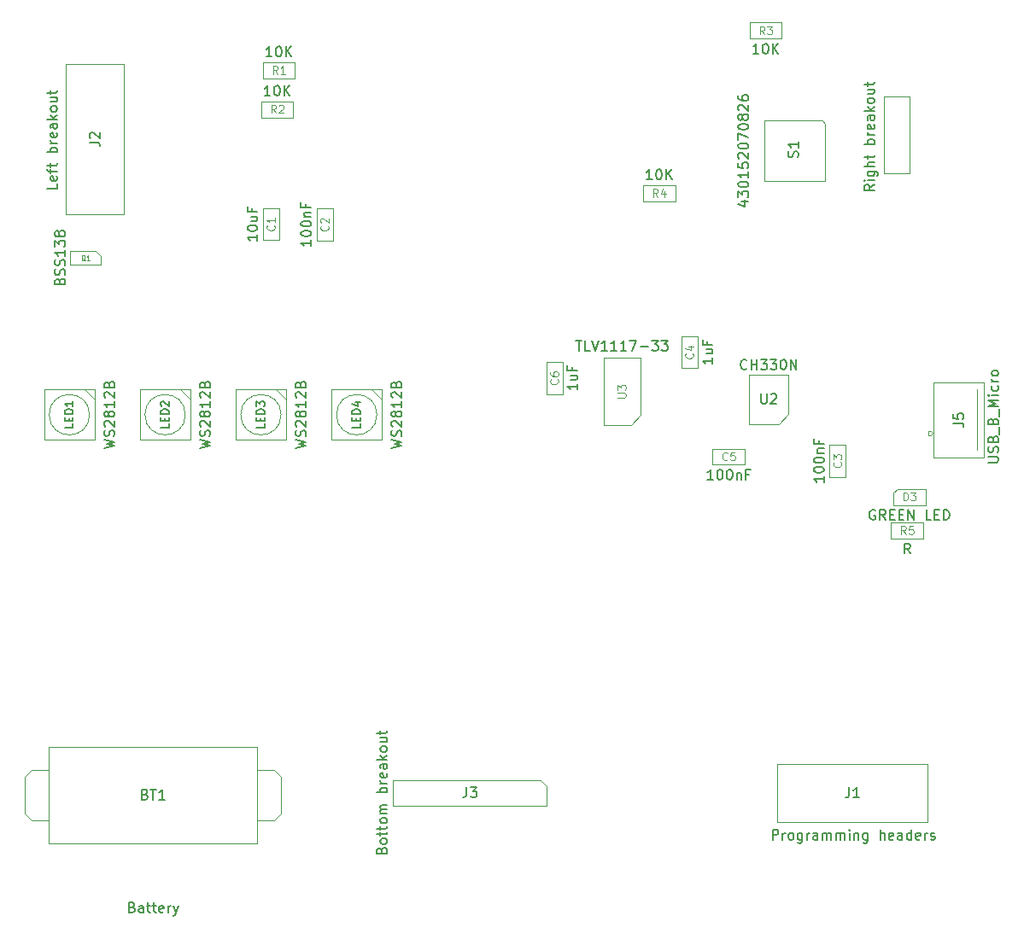
<source format=gbr>
G04 #@! TF.GenerationSoftware,KiCad,Pcbnew,(5.1.2)-1*
G04 #@! TF.CreationDate,2020-01-23T21:38:11-06:00*
G04 #@! TF.ProjectId,8266-dev,38323636-2d64-4657-962e-6b696361645f,rev?*
G04 #@! TF.SameCoordinates,Original*
G04 #@! TF.FileFunction,Other,Fab,Top*
%FSLAX46Y46*%
G04 Gerber Fmt 4.6, Leading zero omitted, Abs format (unit mm)*
G04 Created by KiCad (PCBNEW (5.1.2)-1) date 2020-01-23 21:38:11*
%MOMM*%
%LPD*%
G04 APERTURE LIST*
%ADD10C,0.100000*%
%ADD11C,0.150000*%
%ADD12C,0.120000*%
%ADD13C,0.075000*%
G04 APERTURE END LIST*
D10*
X168247699Y-92421301D02*
X169847699Y-92421301D01*
X169847699Y-92421301D02*
X169847699Y-95621301D01*
X169847699Y-95621301D02*
X168247699Y-95621301D01*
X168247699Y-95621301D02*
X168247699Y-92421301D01*
X90818200Y-131935180D02*
X111518200Y-131935180D01*
X90818200Y-122405180D02*
X111518200Y-122405180D01*
X90818200Y-131935180D02*
X90818200Y-122405180D01*
X111518200Y-131935180D02*
X111518200Y-122405180D01*
X111518200Y-129695180D02*
X113168200Y-129695180D01*
X111518200Y-124645180D02*
X113168200Y-124645180D01*
X113868200Y-125345180D02*
X113168200Y-124645180D01*
X113868200Y-128995180D02*
X113168200Y-129695180D01*
X113868200Y-125345180D02*
X113868200Y-128995180D01*
X90818200Y-124645180D02*
X89168200Y-124645180D01*
X90818200Y-129695180D02*
X89168200Y-129695180D01*
X88468200Y-125345180D02*
X89168200Y-124645180D01*
X88468200Y-128995180D02*
X89168200Y-129695180D01*
X88468200Y-125345180D02*
X88468200Y-128995180D01*
X112090300Y-68933720D02*
X113690300Y-68933720D01*
X113690300Y-68933720D02*
X113690300Y-72133720D01*
X113690300Y-72133720D02*
X112090300Y-72133720D01*
X112090300Y-72133720D02*
X112090300Y-68933720D01*
X115246760Y-54488180D02*
X115246760Y-56088180D01*
X115246760Y-56088180D02*
X112046760Y-56088180D01*
X112046760Y-56088180D02*
X112046760Y-54488180D01*
X112046760Y-54488180D02*
X115246760Y-54488180D01*
X111879120Y-58361680D02*
X115079120Y-58361680D01*
X111879120Y-59961680D02*
X111879120Y-58361680D01*
X115079120Y-59961680D02*
X111879120Y-59961680D01*
X115079120Y-58361680D02*
X115079120Y-59961680D01*
X163509300Y-52158800D02*
X160309300Y-52158800D01*
X163509300Y-50558800D02*
X163509300Y-52158800D01*
X160309300Y-50558800D02*
X163509300Y-50558800D01*
X160309300Y-52158800D02*
X160309300Y-50558800D01*
X152943360Y-66675100D02*
X152943360Y-68275100D01*
X152943360Y-68275100D02*
X149743360Y-68275100D01*
X149743360Y-68275100D02*
X149743360Y-66675100D01*
X149743360Y-66675100D02*
X152943360Y-66675100D01*
X167805360Y-60563780D02*
X167805360Y-66263780D01*
X167530360Y-60263780D02*
X161805360Y-60263780D01*
X167805360Y-60563780D02*
X167530360Y-60263780D01*
X161805360Y-60263780D02*
X161805360Y-66263780D01*
X161805360Y-66263780D02*
X167805360Y-66263780D01*
X177961480Y-124074200D02*
X177961480Y-129824200D01*
X163061480Y-129824200D02*
X177961480Y-129824200D01*
X163061480Y-124074200D02*
X177961480Y-124074200D01*
X163061480Y-124074200D02*
X163061480Y-129824200D01*
X98292640Y-69554280D02*
X92542640Y-69554280D01*
X92542640Y-54654280D02*
X92542640Y-69554280D01*
X98292640Y-54654280D02*
X98292640Y-69554280D01*
X98292640Y-54654280D02*
X92542640Y-54654280D01*
X140212530Y-126309200D02*
X140212530Y-128214200D01*
X140212530Y-128214200D02*
X124972530Y-128214200D01*
X124972530Y-128214200D02*
X124972530Y-125674200D01*
X124972530Y-125674200D02*
X139577530Y-125674200D01*
X139577530Y-125674200D02*
X140212530Y-126309200D01*
X173649640Y-57924700D02*
X173649640Y-65544700D01*
X176189640Y-57924700D02*
X173649640Y-57924700D01*
X176189640Y-65544700D02*
X173649640Y-65544700D01*
X176189640Y-57924700D02*
X176189640Y-65544700D01*
X117406520Y-68978980D02*
X119006520Y-68978980D01*
X119006520Y-68978980D02*
X119006520Y-72178980D01*
X119006520Y-72178980D02*
X117406520Y-72178980D01*
X117406520Y-72178980D02*
X117406520Y-68978980D01*
X94874000Y-89445000D02*
G75*
G03X94874000Y-89445000I-2000000J0D01*
G01*
X90374000Y-86945000D02*
X90374000Y-91945000D01*
X95374000Y-86945000D02*
X90374000Y-86945000D01*
X95374000Y-91945000D02*
X95374000Y-86945000D01*
X90374000Y-91945000D02*
X95374000Y-91945000D01*
X94374000Y-86945000D02*
X95374000Y-87945000D01*
X103869666Y-86945000D02*
X104869666Y-87945000D01*
X99869666Y-91945000D02*
X104869666Y-91945000D01*
X104869666Y-91945000D02*
X104869666Y-86945000D01*
X104869666Y-86945000D02*
X99869666Y-86945000D01*
X99869666Y-86945000D02*
X99869666Y-91945000D01*
X104369666Y-89445000D02*
G75*
G03X104369666Y-89445000I-2000000J0D01*
G01*
X113865332Y-89445000D02*
G75*
G03X113865332Y-89445000I-2000000J0D01*
G01*
X109365332Y-86945000D02*
X109365332Y-91945000D01*
X114365332Y-86945000D02*
X109365332Y-86945000D01*
X114365332Y-91945000D02*
X114365332Y-86945000D01*
X109365332Y-91945000D02*
X114365332Y-91945000D01*
X113365332Y-86945000D02*
X114365332Y-87945000D01*
X122861000Y-86945000D02*
X123861000Y-87945000D01*
X118861000Y-91945000D02*
X123861000Y-91945000D01*
X123861000Y-91945000D02*
X123861000Y-86945000D01*
X123861000Y-86945000D02*
X118861000Y-86945000D01*
X118861000Y-86945000D02*
X118861000Y-91945000D01*
X123361000Y-89445000D02*
G75*
G03X123361000Y-89445000I-2000000J0D01*
G01*
X95440500Y-73198000D02*
X92990500Y-73198000D01*
X96010500Y-73748000D02*
X96010500Y-74598000D01*
X95440500Y-73198000D02*
X96010500Y-73748000D01*
X96010500Y-74598000D02*
X92970500Y-74598000D01*
X92970500Y-73198000D02*
X92970500Y-74598000D01*
X183569500Y-86207400D02*
X178569500Y-86207400D01*
X182871204Y-92957400D02*
X182871204Y-86957400D01*
X183571204Y-93707400D02*
X183571204Y-86207400D01*
X178569500Y-93707400D02*
X178569500Y-86207400D01*
X183569500Y-93707400D02*
X178569500Y-93707400D01*
X178469500Y-91257400D02*
X178269500Y-91457400D01*
X178269500Y-91057400D02*
X178469500Y-91257400D01*
X178059500Y-91457400D02*
X178059500Y-91057400D01*
X178059500Y-91457400D02*
X178269500Y-91457400D01*
X178059500Y-91057400D02*
X178269500Y-91057400D01*
X163180900Y-90359400D02*
X160255900Y-90359400D01*
X160255900Y-90359400D02*
X160255900Y-85459400D01*
X160255900Y-85459400D02*
X164155900Y-85459400D01*
X164155900Y-85459400D02*
X164155900Y-89384400D01*
X164155900Y-89384400D02*
X163180900Y-90359400D01*
X177746781Y-96798161D02*
X174946781Y-96798161D01*
X174946781Y-96798161D02*
X174546781Y-97198161D01*
X174546781Y-97198161D02*
X174546781Y-98398161D01*
X174546781Y-98398161D02*
X177746781Y-98398161D01*
X177746781Y-98398161D02*
X177746781Y-96798161D01*
X174331781Y-101738161D02*
X174331781Y-100138161D01*
X174331781Y-100138161D02*
X177531781Y-100138161D01*
X177531781Y-100138161D02*
X177531781Y-101738161D01*
X177531781Y-101738161D02*
X174331781Y-101738161D01*
X156644540Y-94409160D02*
X156644540Y-92809160D01*
X156644540Y-92809160D02*
X159844540Y-92809160D01*
X159844540Y-92809160D02*
X159844540Y-94409160D01*
X159844540Y-94409160D02*
X156644540Y-94409160D01*
X141767460Y-84196120D02*
X141767460Y-87396120D01*
X140167460Y-84196120D02*
X141767460Y-84196120D01*
X140167460Y-87396120D02*
X140167460Y-84196120D01*
X141767460Y-87396120D02*
X140167460Y-87396120D01*
X149537900Y-89493620D02*
X148537900Y-90493620D01*
X149537900Y-89493620D02*
X149537900Y-83793620D01*
X148537900Y-90493620D02*
X145837900Y-90493620D01*
X149537900Y-83793620D02*
X145837900Y-83793620D01*
X145837900Y-90493620D02*
X145837900Y-83793620D01*
X155173580Y-84838340D02*
X153573580Y-84838340D01*
X153573580Y-84838340D02*
X153573580Y-81638340D01*
X153573580Y-81638340D02*
X155173580Y-81638340D01*
X155173580Y-81638340D02*
X155173580Y-84838340D01*
D11*
X167680079Y-95568920D02*
X167680079Y-96140348D01*
X167680079Y-95854634D02*
X166680079Y-95854634D01*
X166822937Y-95949872D01*
X166918175Y-96045110D01*
X166965794Y-96140348D01*
X166680079Y-94949872D02*
X166680079Y-94854634D01*
X166727699Y-94759396D01*
X166775318Y-94711777D01*
X166870556Y-94664158D01*
X167061032Y-94616539D01*
X167299127Y-94616539D01*
X167489603Y-94664158D01*
X167584841Y-94711777D01*
X167632460Y-94759396D01*
X167680079Y-94854634D01*
X167680079Y-94949872D01*
X167632460Y-95045110D01*
X167584841Y-95092729D01*
X167489603Y-95140348D01*
X167299127Y-95187967D01*
X167061032Y-95187967D01*
X166870556Y-95140348D01*
X166775318Y-95092729D01*
X166727699Y-95045110D01*
X166680079Y-94949872D01*
X166680079Y-93997491D02*
X166680079Y-93902253D01*
X166727699Y-93807015D01*
X166775318Y-93759396D01*
X166870556Y-93711777D01*
X167061032Y-93664158D01*
X167299127Y-93664158D01*
X167489603Y-93711777D01*
X167584841Y-93759396D01*
X167632460Y-93807015D01*
X167680079Y-93902253D01*
X167680079Y-93997491D01*
X167632460Y-94092729D01*
X167584841Y-94140348D01*
X167489603Y-94187967D01*
X167299127Y-94235586D01*
X167061032Y-94235586D01*
X166870556Y-94187967D01*
X166775318Y-94140348D01*
X166727699Y-94092729D01*
X166680079Y-93997491D01*
X167013413Y-93235586D02*
X167680079Y-93235586D01*
X167108651Y-93235586D02*
X167061032Y-93187967D01*
X167013413Y-93092729D01*
X167013413Y-92949872D01*
X167061032Y-92854634D01*
X167156270Y-92807015D01*
X167680079Y-92807015D01*
X167156270Y-91997491D02*
X167156270Y-92330824D01*
X167680079Y-92330824D02*
X166680079Y-92330824D01*
X166680079Y-91854634D01*
D12*
X169333413Y-94154634D02*
X169371508Y-94192729D01*
X169409603Y-94307015D01*
X169409603Y-94383205D01*
X169371508Y-94497491D01*
X169295318Y-94573681D01*
X169219127Y-94611777D01*
X169066746Y-94649872D01*
X168952460Y-94649872D01*
X168800079Y-94611777D01*
X168723889Y-94573681D01*
X168647699Y-94497491D01*
X168609603Y-94383205D01*
X168609603Y-94307015D01*
X168647699Y-94192729D01*
X168685794Y-94154634D01*
X168609603Y-93887967D02*
X168609603Y-93392729D01*
X168914365Y-93659396D01*
X168914365Y-93545110D01*
X168952460Y-93468920D01*
X168990556Y-93430824D01*
X169066746Y-93392729D01*
X169257222Y-93392729D01*
X169333413Y-93430824D01*
X169371508Y-93468920D01*
X169409603Y-93545110D01*
X169409603Y-93773681D01*
X169371508Y-93849872D01*
X169333413Y-93887967D01*
D11*
X99096771Y-138298751D02*
X99239628Y-138346370D01*
X99287247Y-138393989D01*
X99334866Y-138489227D01*
X99334866Y-138632084D01*
X99287247Y-138727322D01*
X99239628Y-138774941D01*
X99144390Y-138822560D01*
X98763438Y-138822560D01*
X98763438Y-137822560D01*
X99096771Y-137822560D01*
X99192009Y-137870180D01*
X99239628Y-137917799D01*
X99287247Y-138013037D01*
X99287247Y-138108275D01*
X99239628Y-138203513D01*
X99192009Y-138251132D01*
X99096771Y-138298751D01*
X98763438Y-138298751D01*
X100192009Y-138822560D02*
X100192009Y-138298751D01*
X100144390Y-138203513D01*
X100049152Y-138155894D01*
X99858676Y-138155894D01*
X99763438Y-138203513D01*
X100192009Y-138774941D02*
X100096771Y-138822560D01*
X99858676Y-138822560D01*
X99763438Y-138774941D01*
X99715819Y-138679703D01*
X99715819Y-138584465D01*
X99763438Y-138489227D01*
X99858676Y-138441608D01*
X100096771Y-138441608D01*
X100192009Y-138393989D01*
X100525342Y-138155894D02*
X100906295Y-138155894D01*
X100668200Y-137822560D02*
X100668200Y-138679703D01*
X100715819Y-138774941D01*
X100811057Y-138822560D01*
X100906295Y-138822560D01*
X101096771Y-138155894D02*
X101477723Y-138155894D01*
X101239628Y-137822560D02*
X101239628Y-138679703D01*
X101287247Y-138774941D01*
X101382485Y-138822560D01*
X101477723Y-138822560D01*
X102192009Y-138774941D02*
X102096771Y-138822560D01*
X101906295Y-138822560D01*
X101811057Y-138774941D01*
X101763438Y-138679703D01*
X101763438Y-138298751D01*
X101811057Y-138203513D01*
X101906295Y-138155894D01*
X102096771Y-138155894D01*
X102192009Y-138203513D01*
X102239628Y-138298751D01*
X102239628Y-138393989D01*
X101763438Y-138489227D01*
X102668200Y-138822560D02*
X102668200Y-138155894D01*
X102668200Y-138346370D02*
X102715819Y-138251132D01*
X102763438Y-138203513D01*
X102858676Y-138155894D01*
X102953914Y-138155894D01*
X103192009Y-138155894D02*
X103430104Y-138822560D01*
X103668200Y-138155894D02*
X103430104Y-138822560D01*
X103334866Y-139060656D01*
X103287247Y-139108275D01*
X103192009Y-139155894D01*
X100382485Y-127098751D02*
X100525342Y-127146370D01*
X100572961Y-127193989D01*
X100620580Y-127289227D01*
X100620580Y-127432084D01*
X100572961Y-127527322D01*
X100525342Y-127574941D01*
X100430104Y-127622560D01*
X100049152Y-127622560D01*
X100049152Y-126622560D01*
X100382485Y-126622560D01*
X100477723Y-126670180D01*
X100525342Y-126717799D01*
X100572961Y-126813037D01*
X100572961Y-126908275D01*
X100525342Y-127003513D01*
X100477723Y-127051132D01*
X100382485Y-127098751D01*
X100049152Y-127098751D01*
X100906295Y-126622560D02*
X101477723Y-126622560D01*
X101192009Y-127622560D02*
X101192009Y-126622560D01*
X102334866Y-127622560D02*
X101763438Y-127622560D01*
X102049152Y-127622560D02*
X102049152Y-126622560D01*
X101953914Y-126765418D01*
X101858676Y-126860656D01*
X101763438Y-126908275D01*
X111522680Y-71605148D02*
X111522680Y-72176577D01*
X111522680Y-71890862D02*
X110522680Y-71890862D01*
X110665538Y-71986100D01*
X110760776Y-72081339D01*
X110808395Y-72176577D01*
X110522680Y-70986100D02*
X110522680Y-70890862D01*
X110570300Y-70795624D01*
X110617919Y-70748005D01*
X110713157Y-70700386D01*
X110903633Y-70652767D01*
X111141728Y-70652767D01*
X111332204Y-70700386D01*
X111427442Y-70748005D01*
X111475061Y-70795624D01*
X111522680Y-70890862D01*
X111522680Y-70986100D01*
X111475061Y-71081339D01*
X111427442Y-71128958D01*
X111332204Y-71176577D01*
X111141728Y-71224196D01*
X110903633Y-71224196D01*
X110713157Y-71176577D01*
X110617919Y-71128958D01*
X110570300Y-71081339D01*
X110522680Y-70986100D01*
X110856014Y-69795624D02*
X111522680Y-69795624D01*
X110856014Y-70224196D02*
X111379823Y-70224196D01*
X111475061Y-70176577D01*
X111522680Y-70081339D01*
X111522680Y-69938481D01*
X111475061Y-69843243D01*
X111427442Y-69795624D01*
X110998871Y-68986100D02*
X110998871Y-69319434D01*
X111522680Y-69319434D02*
X110522680Y-69319434D01*
X110522680Y-68843243D01*
D12*
X113176014Y-70667053D02*
X113214109Y-70705148D01*
X113252204Y-70819434D01*
X113252204Y-70895624D01*
X113214109Y-71009910D01*
X113137919Y-71086100D01*
X113061728Y-71124196D01*
X112909347Y-71162291D01*
X112795061Y-71162291D01*
X112642680Y-71124196D01*
X112566490Y-71086100D01*
X112490300Y-71009910D01*
X112452204Y-70895624D01*
X112452204Y-70819434D01*
X112490300Y-70705148D01*
X112528395Y-70667053D01*
X113252204Y-69905148D02*
X113252204Y-70362291D01*
X113252204Y-70133720D02*
X112452204Y-70133720D01*
X112566490Y-70209910D01*
X112642680Y-70286100D01*
X112680776Y-70362291D01*
D11*
X112956283Y-53920560D02*
X112384855Y-53920560D01*
X112670569Y-53920560D02*
X112670569Y-52920560D01*
X112575331Y-53063418D01*
X112480093Y-53158656D01*
X112384855Y-53206275D01*
X113575331Y-52920560D02*
X113670569Y-52920560D01*
X113765807Y-52968180D01*
X113813426Y-53015799D01*
X113861045Y-53111037D01*
X113908664Y-53301513D01*
X113908664Y-53539608D01*
X113861045Y-53730084D01*
X113813426Y-53825322D01*
X113765807Y-53872941D01*
X113670569Y-53920560D01*
X113575331Y-53920560D01*
X113480093Y-53872941D01*
X113432474Y-53825322D01*
X113384855Y-53730084D01*
X113337236Y-53539608D01*
X113337236Y-53301513D01*
X113384855Y-53111037D01*
X113432474Y-53015799D01*
X113480093Y-52968180D01*
X113575331Y-52920560D01*
X114337236Y-53920560D02*
X114337236Y-52920560D01*
X114908664Y-53920560D02*
X114480093Y-53349132D01*
X114908664Y-52920560D02*
X114337236Y-53491989D01*
D12*
X113513426Y-55650084D02*
X113246760Y-55269132D01*
X113056283Y-55650084D02*
X113056283Y-54850084D01*
X113361045Y-54850084D01*
X113437236Y-54888180D01*
X113475331Y-54926275D01*
X113513426Y-55002465D01*
X113513426Y-55116751D01*
X113475331Y-55192941D01*
X113437236Y-55231037D01*
X113361045Y-55269132D01*
X113056283Y-55269132D01*
X114275331Y-55650084D02*
X113818188Y-55650084D01*
X114046760Y-55650084D02*
X114046760Y-54850084D01*
X113970569Y-54964370D01*
X113894379Y-55040560D01*
X113818188Y-55078656D01*
D11*
X112788643Y-57794060D02*
X112217215Y-57794060D01*
X112502929Y-57794060D02*
X112502929Y-56794060D01*
X112407691Y-56936918D01*
X112312453Y-57032156D01*
X112217215Y-57079775D01*
X113407691Y-56794060D02*
X113502929Y-56794060D01*
X113598167Y-56841680D01*
X113645786Y-56889299D01*
X113693405Y-56984537D01*
X113741024Y-57175013D01*
X113741024Y-57413108D01*
X113693405Y-57603584D01*
X113645786Y-57698822D01*
X113598167Y-57746441D01*
X113502929Y-57794060D01*
X113407691Y-57794060D01*
X113312453Y-57746441D01*
X113264834Y-57698822D01*
X113217215Y-57603584D01*
X113169596Y-57413108D01*
X113169596Y-57175013D01*
X113217215Y-56984537D01*
X113264834Y-56889299D01*
X113312453Y-56841680D01*
X113407691Y-56794060D01*
X114169596Y-57794060D02*
X114169596Y-56794060D01*
X114741024Y-57794060D02*
X114312453Y-57222632D01*
X114741024Y-56794060D02*
X114169596Y-57365489D01*
D12*
X113345786Y-59523584D02*
X113079120Y-59142632D01*
X112888643Y-59523584D02*
X112888643Y-58723584D01*
X113193405Y-58723584D01*
X113269596Y-58761680D01*
X113307691Y-58799775D01*
X113345786Y-58875965D01*
X113345786Y-58990251D01*
X113307691Y-59066441D01*
X113269596Y-59104537D01*
X113193405Y-59142632D01*
X112888643Y-59142632D01*
X113650548Y-58799775D02*
X113688643Y-58761680D01*
X113764834Y-58723584D01*
X113955310Y-58723584D01*
X114031500Y-58761680D01*
X114069596Y-58799775D01*
X114107691Y-58875965D01*
X114107691Y-58952156D01*
X114069596Y-59066441D01*
X113612453Y-59523584D01*
X114107691Y-59523584D01*
D11*
X161218823Y-53631180D02*
X160647395Y-53631180D01*
X160933109Y-53631180D02*
X160933109Y-52631180D01*
X160837871Y-52774038D01*
X160742633Y-52869276D01*
X160647395Y-52916895D01*
X161837871Y-52631180D02*
X161933109Y-52631180D01*
X162028347Y-52678800D01*
X162075966Y-52726419D01*
X162123585Y-52821657D01*
X162171204Y-53012133D01*
X162171204Y-53250228D01*
X162123585Y-53440704D01*
X162075966Y-53535942D01*
X162028347Y-53583561D01*
X161933109Y-53631180D01*
X161837871Y-53631180D01*
X161742633Y-53583561D01*
X161695014Y-53535942D01*
X161647395Y-53440704D01*
X161599776Y-53250228D01*
X161599776Y-53012133D01*
X161647395Y-52821657D01*
X161695014Y-52726419D01*
X161742633Y-52678800D01*
X161837871Y-52631180D01*
X162599776Y-53631180D02*
X162599776Y-52631180D01*
X163171204Y-53631180D02*
X162742633Y-53059752D01*
X163171204Y-52631180D02*
X162599776Y-53202609D01*
D12*
X161775966Y-51720704D02*
X161509300Y-51339752D01*
X161318823Y-51720704D02*
X161318823Y-50920704D01*
X161623585Y-50920704D01*
X161699776Y-50958800D01*
X161737871Y-50996895D01*
X161775966Y-51073085D01*
X161775966Y-51187371D01*
X161737871Y-51263561D01*
X161699776Y-51301657D01*
X161623585Y-51339752D01*
X161318823Y-51339752D01*
X162042633Y-50920704D02*
X162537871Y-50920704D01*
X162271204Y-51225466D01*
X162385490Y-51225466D01*
X162461680Y-51263561D01*
X162499776Y-51301657D01*
X162537871Y-51377847D01*
X162537871Y-51568323D01*
X162499776Y-51644514D01*
X162461680Y-51682609D01*
X162385490Y-51720704D01*
X162156919Y-51720704D01*
X162080728Y-51682609D01*
X162042633Y-51644514D01*
D11*
X150652883Y-66107480D02*
X150081455Y-66107480D01*
X150367169Y-66107480D02*
X150367169Y-65107480D01*
X150271931Y-65250338D01*
X150176693Y-65345576D01*
X150081455Y-65393195D01*
X151271931Y-65107480D02*
X151367169Y-65107480D01*
X151462407Y-65155100D01*
X151510026Y-65202719D01*
X151557645Y-65297957D01*
X151605264Y-65488433D01*
X151605264Y-65726528D01*
X151557645Y-65917004D01*
X151510026Y-66012242D01*
X151462407Y-66059861D01*
X151367169Y-66107480D01*
X151271931Y-66107480D01*
X151176693Y-66059861D01*
X151129074Y-66012242D01*
X151081455Y-65917004D01*
X151033836Y-65726528D01*
X151033836Y-65488433D01*
X151081455Y-65297957D01*
X151129074Y-65202719D01*
X151176693Y-65155100D01*
X151271931Y-65107480D01*
X152033836Y-66107480D02*
X152033836Y-65107480D01*
X152605264Y-66107480D02*
X152176693Y-65536052D01*
X152605264Y-65107480D02*
X152033836Y-65678909D01*
D12*
X151210026Y-67837004D02*
X150943360Y-67456052D01*
X150752883Y-67837004D02*
X150752883Y-67037004D01*
X151057645Y-67037004D01*
X151133836Y-67075100D01*
X151171931Y-67113195D01*
X151210026Y-67189385D01*
X151210026Y-67303671D01*
X151171931Y-67379861D01*
X151133836Y-67417957D01*
X151057645Y-67456052D01*
X150752883Y-67456052D01*
X151895740Y-67303671D02*
X151895740Y-67837004D01*
X151705264Y-66998909D02*
X151514788Y-67570338D01*
X152010026Y-67570338D01*
D11*
X159511074Y-68311399D02*
X160177740Y-68311399D01*
X159130121Y-68549494D02*
X159844407Y-68787589D01*
X159844407Y-68168541D01*
X159177740Y-67882827D02*
X159177740Y-67263780D01*
X159558693Y-67597113D01*
X159558693Y-67454256D01*
X159606312Y-67359018D01*
X159653931Y-67311399D01*
X159749169Y-67263780D01*
X159987264Y-67263780D01*
X160082502Y-67311399D01*
X160130121Y-67359018D01*
X160177740Y-67454256D01*
X160177740Y-67739970D01*
X160130121Y-67835208D01*
X160082502Y-67882827D01*
X159177740Y-66644732D02*
X159177740Y-66549494D01*
X159225360Y-66454256D01*
X159272979Y-66406637D01*
X159368217Y-66359018D01*
X159558693Y-66311399D01*
X159796788Y-66311399D01*
X159987264Y-66359018D01*
X160082502Y-66406637D01*
X160130121Y-66454256D01*
X160177740Y-66549494D01*
X160177740Y-66644732D01*
X160130121Y-66739970D01*
X160082502Y-66787589D01*
X159987264Y-66835208D01*
X159796788Y-66882827D01*
X159558693Y-66882827D01*
X159368217Y-66835208D01*
X159272979Y-66787589D01*
X159225360Y-66739970D01*
X159177740Y-66644732D01*
X160177740Y-65359018D02*
X160177740Y-65930446D01*
X160177740Y-65644732D02*
X159177740Y-65644732D01*
X159320598Y-65739970D01*
X159415836Y-65835208D01*
X159463455Y-65930446D01*
X159177740Y-64454256D02*
X159177740Y-64930446D01*
X159653931Y-64978065D01*
X159606312Y-64930446D01*
X159558693Y-64835208D01*
X159558693Y-64597113D01*
X159606312Y-64501875D01*
X159653931Y-64454256D01*
X159749169Y-64406637D01*
X159987264Y-64406637D01*
X160082502Y-64454256D01*
X160130121Y-64501875D01*
X160177740Y-64597113D01*
X160177740Y-64835208D01*
X160130121Y-64930446D01*
X160082502Y-64978065D01*
X159272979Y-64025684D02*
X159225360Y-63978065D01*
X159177740Y-63882827D01*
X159177740Y-63644732D01*
X159225360Y-63549494D01*
X159272979Y-63501875D01*
X159368217Y-63454256D01*
X159463455Y-63454256D01*
X159606312Y-63501875D01*
X160177740Y-64073303D01*
X160177740Y-63454256D01*
X159177740Y-62835208D02*
X159177740Y-62739970D01*
X159225360Y-62644732D01*
X159272979Y-62597113D01*
X159368217Y-62549494D01*
X159558693Y-62501875D01*
X159796788Y-62501875D01*
X159987264Y-62549494D01*
X160082502Y-62597113D01*
X160130121Y-62644732D01*
X160177740Y-62739970D01*
X160177740Y-62835208D01*
X160130121Y-62930446D01*
X160082502Y-62978065D01*
X159987264Y-63025684D01*
X159796788Y-63073303D01*
X159558693Y-63073303D01*
X159368217Y-63025684D01*
X159272979Y-62978065D01*
X159225360Y-62930446D01*
X159177740Y-62835208D01*
X159177740Y-62168541D02*
X159177740Y-61501875D01*
X160177740Y-61930446D01*
X159177740Y-60930446D02*
X159177740Y-60835208D01*
X159225360Y-60739970D01*
X159272979Y-60692351D01*
X159368217Y-60644732D01*
X159558693Y-60597113D01*
X159796788Y-60597113D01*
X159987264Y-60644732D01*
X160082502Y-60692351D01*
X160130121Y-60739970D01*
X160177740Y-60835208D01*
X160177740Y-60930446D01*
X160130121Y-61025684D01*
X160082502Y-61073303D01*
X159987264Y-61120922D01*
X159796788Y-61168541D01*
X159558693Y-61168541D01*
X159368217Y-61120922D01*
X159272979Y-61073303D01*
X159225360Y-61025684D01*
X159177740Y-60930446D01*
X159606312Y-60025684D02*
X159558693Y-60120922D01*
X159511074Y-60168541D01*
X159415836Y-60216160D01*
X159368217Y-60216160D01*
X159272979Y-60168541D01*
X159225360Y-60120922D01*
X159177740Y-60025684D01*
X159177740Y-59835208D01*
X159225360Y-59739970D01*
X159272979Y-59692351D01*
X159368217Y-59644732D01*
X159415836Y-59644732D01*
X159511074Y-59692351D01*
X159558693Y-59739970D01*
X159606312Y-59835208D01*
X159606312Y-60025684D01*
X159653931Y-60120922D01*
X159701550Y-60168541D01*
X159796788Y-60216160D01*
X159987264Y-60216160D01*
X160082502Y-60168541D01*
X160130121Y-60120922D01*
X160177740Y-60025684D01*
X160177740Y-59835208D01*
X160130121Y-59739970D01*
X160082502Y-59692351D01*
X159987264Y-59644732D01*
X159796788Y-59644732D01*
X159701550Y-59692351D01*
X159653931Y-59739970D01*
X159606312Y-59835208D01*
X159272979Y-59263780D02*
X159225360Y-59216160D01*
X159177740Y-59120922D01*
X159177740Y-58882827D01*
X159225360Y-58787589D01*
X159272979Y-58739970D01*
X159368217Y-58692351D01*
X159463455Y-58692351D01*
X159606312Y-58739970D01*
X160177740Y-59311399D01*
X160177740Y-58692351D01*
X159177740Y-57835208D02*
X159177740Y-58025684D01*
X159225360Y-58120922D01*
X159272979Y-58168541D01*
X159415836Y-58263780D01*
X159606312Y-58311399D01*
X159987264Y-58311399D01*
X160082502Y-58263780D01*
X160130121Y-58216160D01*
X160177740Y-58120922D01*
X160177740Y-57930446D01*
X160130121Y-57835208D01*
X160082502Y-57787589D01*
X159987264Y-57739970D01*
X159749169Y-57739970D01*
X159653931Y-57787589D01*
X159606312Y-57835208D01*
X159558693Y-57930446D01*
X159558693Y-58120922D01*
X159606312Y-58216160D01*
X159653931Y-58263780D01*
X159749169Y-58311399D01*
X165085121Y-63900684D02*
X165132740Y-63757827D01*
X165132740Y-63519732D01*
X165085121Y-63424494D01*
X165037502Y-63376875D01*
X164942264Y-63329256D01*
X164847026Y-63329256D01*
X164751788Y-63376875D01*
X164704169Y-63424494D01*
X164656550Y-63519732D01*
X164608931Y-63710208D01*
X164561312Y-63805446D01*
X164513693Y-63853065D01*
X164418455Y-63900684D01*
X164323217Y-63900684D01*
X164227979Y-63853065D01*
X164180360Y-63805446D01*
X164132740Y-63710208D01*
X164132740Y-63472113D01*
X164180360Y-63329256D01*
X165132740Y-62376875D02*
X165132740Y-62948303D01*
X165132740Y-62662589D02*
X164132740Y-62662589D01*
X164275598Y-62757827D01*
X164370836Y-62853065D01*
X164418455Y-62948303D01*
X162587670Y-131601580D02*
X162587670Y-130601580D01*
X162968622Y-130601580D01*
X163063860Y-130649200D01*
X163111480Y-130696819D01*
X163159099Y-130792057D01*
X163159099Y-130934914D01*
X163111480Y-131030152D01*
X163063860Y-131077771D01*
X162968622Y-131125390D01*
X162587670Y-131125390D01*
X163587670Y-131601580D02*
X163587670Y-130934914D01*
X163587670Y-131125390D02*
X163635289Y-131030152D01*
X163682908Y-130982533D01*
X163778146Y-130934914D01*
X163873384Y-130934914D01*
X164349575Y-131601580D02*
X164254337Y-131553961D01*
X164206718Y-131506342D01*
X164159099Y-131411104D01*
X164159099Y-131125390D01*
X164206718Y-131030152D01*
X164254337Y-130982533D01*
X164349575Y-130934914D01*
X164492432Y-130934914D01*
X164587670Y-130982533D01*
X164635289Y-131030152D01*
X164682908Y-131125390D01*
X164682908Y-131411104D01*
X164635289Y-131506342D01*
X164587670Y-131553961D01*
X164492432Y-131601580D01*
X164349575Y-131601580D01*
X165540051Y-130934914D02*
X165540051Y-131744438D01*
X165492432Y-131839676D01*
X165444813Y-131887295D01*
X165349575Y-131934914D01*
X165206718Y-131934914D01*
X165111480Y-131887295D01*
X165540051Y-131553961D02*
X165444813Y-131601580D01*
X165254337Y-131601580D01*
X165159099Y-131553961D01*
X165111480Y-131506342D01*
X165063860Y-131411104D01*
X165063860Y-131125390D01*
X165111480Y-131030152D01*
X165159099Y-130982533D01*
X165254337Y-130934914D01*
X165444813Y-130934914D01*
X165540051Y-130982533D01*
X166016241Y-131601580D02*
X166016241Y-130934914D01*
X166016241Y-131125390D02*
X166063860Y-131030152D01*
X166111480Y-130982533D01*
X166206718Y-130934914D01*
X166301956Y-130934914D01*
X167063860Y-131601580D02*
X167063860Y-131077771D01*
X167016241Y-130982533D01*
X166921003Y-130934914D01*
X166730527Y-130934914D01*
X166635289Y-130982533D01*
X167063860Y-131553961D02*
X166968622Y-131601580D01*
X166730527Y-131601580D01*
X166635289Y-131553961D01*
X166587670Y-131458723D01*
X166587670Y-131363485D01*
X166635289Y-131268247D01*
X166730527Y-131220628D01*
X166968622Y-131220628D01*
X167063860Y-131173009D01*
X167540051Y-131601580D02*
X167540051Y-130934914D01*
X167540051Y-131030152D02*
X167587670Y-130982533D01*
X167682908Y-130934914D01*
X167825765Y-130934914D01*
X167921003Y-130982533D01*
X167968622Y-131077771D01*
X167968622Y-131601580D01*
X167968622Y-131077771D02*
X168016241Y-130982533D01*
X168111480Y-130934914D01*
X168254337Y-130934914D01*
X168349575Y-130982533D01*
X168397194Y-131077771D01*
X168397194Y-131601580D01*
X168873384Y-131601580D02*
X168873384Y-130934914D01*
X168873384Y-131030152D02*
X168921003Y-130982533D01*
X169016241Y-130934914D01*
X169159099Y-130934914D01*
X169254337Y-130982533D01*
X169301956Y-131077771D01*
X169301956Y-131601580D01*
X169301956Y-131077771D02*
X169349575Y-130982533D01*
X169444813Y-130934914D01*
X169587670Y-130934914D01*
X169682908Y-130982533D01*
X169730527Y-131077771D01*
X169730527Y-131601580D01*
X170206718Y-131601580D02*
X170206718Y-130934914D01*
X170206718Y-130601580D02*
X170159099Y-130649200D01*
X170206718Y-130696819D01*
X170254337Y-130649200D01*
X170206718Y-130601580D01*
X170206718Y-130696819D01*
X170682908Y-130934914D02*
X170682908Y-131601580D01*
X170682908Y-131030152D02*
X170730527Y-130982533D01*
X170825765Y-130934914D01*
X170968622Y-130934914D01*
X171063860Y-130982533D01*
X171111479Y-131077771D01*
X171111479Y-131601580D01*
X172016241Y-130934914D02*
X172016241Y-131744438D01*
X171968622Y-131839676D01*
X171921003Y-131887295D01*
X171825765Y-131934914D01*
X171682908Y-131934914D01*
X171587670Y-131887295D01*
X172016241Y-131553961D02*
X171921003Y-131601580D01*
X171730527Y-131601580D01*
X171635289Y-131553961D01*
X171587670Y-131506342D01*
X171540051Y-131411104D01*
X171540051Y-131125390D01*
X171587670Y-131030152D01*
X171635289Y-130982533D01*
X171730527Y-130934914D01*
X171921003Y-130934914D01*
X172016241Y-130982533D01*
X173254337Y-131601580D02*
X173254337Y-130601580D01*
X173682908Y-131601580D02*
X173682908Y-131077771D01*
X173635289Y-130982533D01*
X173540051Y-130934914D01*
X173397194Y-130934914D01*
X173301956Y-130982533D01*
X173254337Y-131030152D01*
X174540051Y-131553961D02*
X174444813Y-131601580D01*
X174254337Y-131601580D01*
X174159099Y-131553961D01*
X174111479Y-131458723D01*
X174111479Y-131077771D01*
X174159099Y-130982533D01*
X174254337Y-130934914D01*
X174444813Y-130934914D01*
X174540051Y-130982533D01*
X174587670Y-131077771D01*
X174587670Y-131173009D01*
X174111479Y-131268247D01*
X175444813Y-131601580D02*
X175444813Y-131077771D01*
X175397194Y-130982533D01*
X175301956Y-130934914D01*
X175111479Y-130934914D01*
X175016241Y-130982533D01*
X175444813Y-131553961D02*
X175349575Y-131601580D01*
X175111479Y-131601580D01*
X175016241Y-131553961D01*
X174968622Y-131458723D01*
X174968622Y-131363485D01*
X175016241Y-131268247D01*
X175111479Y-131220628D01*
X175349575Y-131220628D01*
X175444813Y-131173009D01*
X176349575Y-131601580D02*
X176349575Y-130601580D01*
X176349575Y-131553961D02*
X176254337Y-131601580D01*
X176063860Y-131601580D01*
X175968622Y-131553961D01*
X175921003Y-131506342D01*
X175873384Y-131411104D01*
X175873384Y-131125390D01*
X175921003Y-131030152D01*
X175968622Y-130982533D01*
X176063860Y-130934914D01*
X176254337Y-130934914D01*
X176349575Y-130982533D01*
X177206718Y-131553961D02*
X177111479Y-131601580D01*
X176921003Y-131601580D01*
X176825765Y-131553961D01*
X176778146Y-131458723D01*
X176778146Y-131077771D01*
X176825765Y-130982533D01*
X176921003Y-130934914D01*
X177111479Y-130934914D01*
X177206718Y-130982533D01*
X177254337Y-131077771D01*
X177254337Y-131173009D01*
X176778146Y-131268247D01*
X177682908Y-131601580D02*
X177682908Y-130934914D01*
X177682908Y-131125390D02*
X177730527Y-131030152D01*
X177778146Y-130982533D01*
X177873384Y-130934914D01*
X177968622Y-130934914D01*
X178254337Y-131553961D02*
X178349575Y-131601580D01*
X178540051Y-131601580D01*
X178635289Y-131553961D01*
X178682908Y-131458723D01*
X178682908Y-131411104D01*
X178635289Y-131315866D01*
X178540051Y-131268247D01*
X178397194Y-131268247D01*
X178301956Y-131220628D01*
X178254337Y-131125390D01*
X178254337Y-131077771D01*
X178301956Y-130982533D01*
X178397194Y-130934914D01*
X178540051Y-130934914D01*
X178635289Y-130982533D01*
X170178146Y-126401580D02*
X170178146Y-127115866D01*
X170130527Y-127258723D01*
X170035289Y-127353961D01*
X169892432Y-127401580D01*
X169797194Y-127401580D01*
X171178146Y-127401580D02*
X170606718Y-127401580D01*
X170892432Y-127401580D02*
X170892432Y-126401580D01*
X170797194Y-126544438D01*
X170701956Y-126639676D01*
X170606718Y-126687295D01*
X91670020Y-66513803D02*
X91670020Y-66989994D01*
X90670020Y-66989994D01*
X91622401Y-65799518D02*
X91670020Y-65894756D01*
X91670020Y-66085232D01*
X91622401Y-66180470D01*
X91527163Y-66228089D01*
X91146211Y-66228089D01*
X91050973Y-66180470D01*
X91003354Y-66085232D01*
X91003354Y-65894756D01*
X91050973Y-65799518D01*
X91146211Y-65751899D01*
X91241449Y-65751899D01*
X91336687Y-66228089D01*
X91003354Y-65466184D02*
X91003354Y-65085232D01*
X91670020Y-65323327D02*
X90812878Y-65323327D01*
X90717640Y-65275708D01*
X90670020Y-65180470D01*
X90670020Y-65085232D01*
X91003354Y-64894756D02*
X91003354Y-64513803D01*
X90670020Y-64751899D02*
X91527163Y-64751899D01*
X91622401Y-64704280D01*
X91670020Y-64609041D01*
X91670020Y-64513803D01*
X91670020Y-63418565D02*
X90670020Y-63418565D01*
X91050973Y-63418565D02*
X91003354Y-63323327D01*
X91003354Y-63132851D01*
X91050973Y-63037613D01*
X91098592Y-62989994D01*
X91193830Y-62942375D01*
X91479544Y-62942375D01*
X91574782Y-62989994D01*
X91622401Y-63037613D01*
X91670020Y-63132851D01*
X91670020Y-63323327D01*
X91622401Y-63418565D01*
X91670020Y-62513803D02*
X91003354Y-62513803D01*
X91193830Y-62513803D02*
X91098592Y-62466184D01*
X91050973Y-62418565D01*
X91003354Y-62323327D01*
X91003354Y-62228089D01*
X91622401Y-61513803D02*
X91670020Y-61609041D01*
X91670020Y-61799518D01*
X91622401Y-61894756D01*
X91527163Y-61942375D01*
X91146211Y-61942375D01*
X91050973Y-61894756D01*
X91003354Y-61799518D01*
X91003354Y-61609041D01*
X91050973Y-61513803D01*
X91146211Y-61466184D01*
X91241449Y-61466184D01*
X91336687Y-61942375D01*
X91670020Y-60609041D02*
X91146211Y-60609041D01*
X91050973Y-60656660D01*
X91003354Y-60751899D01*
X91003354Y-60942375D01*
X91050973Y-61037613D01*
X91622401Y-60609041D02*
X91670020Y-60704280D01*
X91670020Y-60942375D01*
X91622401Y-61037613D01*
X91527163Y-61085232D01*
X91431925Y-61085232D01*
X91336687Y-61037613D01*
X91289068Y-60942375D01*
X91289068Y-60704280D01*
X91241449Y-60609041D01*
X91670020Y-60132851D02*
X90670020Y-60132851D01*
X91289068Y-60037613D02*
X91670020Y-59751899D01*
X91003354Y-59751899D02*
X91384306Y-60132851D01*
X91670020Y-59180470D02*
X91622401Y-59275708D01*
X91574782Y-59323327D01*
X91479544Y-59370946D01*
X91193830Y-59370946D01*
X91098592Y-59323327D01*
X91050973Y-59275708D01*
X91003354Y-59180470D01*
X91003354Y-59037613D01*
X91050973Y-58942375D01*
X91098592Y-58894756D01*
X91193830Y-58847137D01*
X91479544Y-58847137D01*
X91574782Y-58894756D01*
X91622401Y-58942375D01*
X91670020Y-59037613D01*
X91670020Y-59180470D01*
X91003354Y-57989994D02*
X91670020Y-57989994D01*
X91003354Y-58418565D02*
X91527163Y-58418565D01*
X91622401Y-58370946D01*
X91670020Y-58275708D01*
X91670020Y-58132851D01*
X91622401Y-58037613D01*
X91574782Y-57989994D01*
X91003354Y-57656660D02*
X91003354Y-57275708D01*
X90670020Y-57513803D02*
X91527163Y-57513803D01*
X91622401Y-57466184D01*
X91670020Y-57370946D01*
X91670020Y-57275708D01*
X94870020Y-62437613D02*
X95584306Y-62437613D01*
X95727163Y-62485232D01*
X95822401Y-62580470D01*
X95870020Y-62723327D01*
X95870020Y-62818565D01*
X94965259Y-62009041D02*
X94917640Y-61961422D01*
X94870020Y-61866184D01*
X94870020Y-61628089D01*
X94917640Y-61532851D01*
X94965259Y-61485232D01*
X95060497Y-61437613D01*
X95155735Y-61437613D01*
X95298592Y-61485232D01*
X95870020Y-62056660D01*
X95870020Y-61437613D01*
X123841101Y-132634676D02*
X123888720Y-132491819D01*
X123936339Y-132444200D01*
X124031577Y-132396580D01*
X124174434Y-132396580D01*
X124269672Y-132444200D01*
X124317291Y-132491819D01*
X124364910Y-132587057D01*
X124364910Y-132968009D01*
X123364910Y-132968009D01*
X123364910Y-132634676D01*
X123412530Y-132539438D01*
X123460149Y-132491819D01*
X123555387Y-132444200D01*
X123650625Y-132444200D01*
X123745863Y-132491819D01*
X123793482Y-132539438D01*
X123841101Y-132634676D01*
X123841101Y-132968009D01*
X124364910Y-131825152D02*
X124317291Y-131920390D01*
X124269672Y-131968009D01*
X124174434Y-132015628D01*
X123888720Y-132015628D01*
X123793482Y-131968009D01*
X123745863Y-131920390D01*
X123698244Y-131825152D01*
X123698244Y-131682295D01*
X123745863Y-131587057D01*
X123793482Y-131539438D01*
X123888720Y-131491819D01*
X124174434Y-131491819D01*
X124269672Y-131539438D01*
X124317291Y-131587057D01*
X124364910Y-131682295D01*
X124364910Y-131825152D01*
X123698244Y-131206104D02*
X123698244Y-130825152D01*
X123364910Y-131063247D02*
X124222053Y-131063247D01*
X124317291Y-131015628D01*
X124364910Y-130920390D01*
X124364910Y-130825152D01*
X123698244Y-130634676D02*
X123698244Y-130253723D01*
X123364910Y-130491819D02*
X124222053Y-130491819D01*
X124317291Y-130444200D01*
X124364910Y-130348961D01*
X124364910Y-130253723D01*
X124364910Y-129777533D02*
X124317291Y-129872771D01*
X124269672Y-129920390D01*
X124174434Y-129968009D01*
X123888720Y-129968009D01*
X123793482Y-129920390D01*
X123745863Y-129872771D01*
X123698244Y-129777533D01*
X123698244Y-129634676D01*
X123745863Y-129539438D01*
X123793482Y-129491819D01*
X123888720Y-129444200D01*
X124174434Y-129444200D01*
X124269672Y-129491819D01*
X124317291Y-129539438D01*
X124364910Y-129634676D01*
X124364910Y-129777533D01*
X124364910Y-129015628D02*
X123698244Y-129015628D01*
X123793482Y-129015628D02*
X123745863Y-128968009D01*
X123698244Y-128872771D01*
X123698244Y-128729914D01*
X123745863Y-128634676D01*
X123841101Y-128587057D01*
X124364910Y-128587057D01*
X123841101Y-128587057D02*
X123745863Y-128539438D01*
X123698244Y-128444200D01*
X123698244Y-128301342D01*
X123745863Y-128206104D01*
X123841101Y-128158485D01*
X124364910Y-128158485D01*
X124364910Y-126920390D02*
X123364910Y-126920390D01*
X123745863Y-126920390D02*
X123698244Y-126825152D01*
X123698244Y-126634676D01*
X123745863Y-126539438D01*
X123793482Y-126491819D01*
X123888720Y-126444200D01*
X124174434Y-126444200D01*
X124269672Y-126491819D01*
X124317291Y-126539438D01*
X124364910Y-126634676D01*
X124364910Y-126825152D01*
X124317291Y-126920390D01*
X124364910Y-126015628D02*
X123698244Y-126015628D01*
X123888720Y-126015628D02*
X123793482Y-125968009D01*
X123745863Y-125920390D01*
X123698244Y-125825152D01*
X123698244Y-125729914D01*
X124317291Y-125015628D02*
X124364910Y-125110866D01*
X124364910Y-125301342D01*
X124317291Y-125396580D01*
X124222053Y-125444200D01*
X123841101Y-125444200D01*
X123745863Y-125396580D01*
X123698244Y-125301342D01*
X123698244Y-125110866D01*
X123745863Y-125015628D01*
X123841101Y-124968009D01*
X123936339Y-124968009D01*
X124031577Y-125444200D01*
X124364910Y-124110866D02*
X123841101Y-124110866D01*
X123745863Y-124158485D01*
X123698244Y-124253723D01*
X123698244Y-124444200D01*
X123745863Y-124539438D01*
X124317291Y-124110866D02*
X124364910Y-124206104D01*
X124364910Y-124444200D01*
X124317291Y-124539438D01*
X124222053Y-124587057D01*
X124126815Y-124587057D01*
X124031577Y-124539438D01*
X123983958Y-124444200D01*
X123983958Y-124206104D01*
X123936339Y-124110866D01*
X124364910Y-123634676D02*
X123364910Y-123634676D01*
X123983958Y-123539438D02*
X124364910Y-123253723D01*
X123698244Y-123253723D02*
X124079196Y-123634676D01*
X124364910Y-122682295D02*
X124317291Y-122777533D01*
X124269672Y-122825152D01*
X124174434Y-122872771D01*
X123888720Y-122872771D01*
X123793482Y-122825152D01*
X123745863Y-122777533D01*
X123698244Y-122682295D01*
X123698244Y-122539438D01*
X123745863Y-122444200D01*
X123793482Y-122396580D01*
X123888720Y-122348961D01*
X124174434Y-122348961D01*
X124269672Y-122396580D01*
X124317291Y-122444200D01*
X124364910Y-122539438D01*
X124364910Y-122682295D01*
X123698244Y-121491819D02*
X124364910Y-121491819D01*
X123698244Y-121920390D02*
X124222053Y-121920390D01*
X124317291Y-121872771D01*
X124364910Y-121777533D01*
X124364910Y-121634676D01*
X124317291Y-121539438D01*
X124269672Y-121491819D01*
X123698244Y-121158485D02*
X123698244Y-120777533D01*
X123364910Y-121015628D02*
X124222053Y-121015628D01*
X124317291Y-120968009D01*
X124364910Y-120872771D01*
X124364910Y-120777533D01*
X132259196Y-126396580D02*
X132259196Y-127110866D01*
X132211577Y-127253723D01*
X132116339Y-127348961D01*
X131973482Y-127396580D01*
X131878244Y-127396580D01*
X132640149Y-126396580D02*
X133259196Y-126396580D01*
X132925863Y-126777533D01*
X133068720Y-126777533D01*
X133163958Y-126825152D01*
X133211577Y-126872771D01*
X133259196Y-126968009D01*
X133259196Y-127206104D01*
X133211577Y-127301342D01*
X133163958Y-127348961D01*
X133068720Y-127396580D01*
X132783006Y-127396580D01*
X132687768Y-127348961D01*
X132640149Y-127301342D01*
X172672020Y-66642795D02*
X172195830Y-66976128D01*
X172672020Y-67214223D02*
X171672020Y-67214223D01*
X171672020Y-66833271D01*
X171719640Y-66738033D01*
X171767259Y-66690414D01*
X171862497Y-66642795D01*
X172005354Y-66642795D01*
X172100592Y-66690414D01*
X172148211Y-66738033D01*
X172195830Y-66833271D01*
X172195830Y-67214223D01*
X172672020Y-66214223D02*
X172005354Y-66214223D01*
X171672020Y-66214223D02*
X171719640Y-66261842D01*
X171767259Y-66214223D01*
X171719640Y-66166604D01*
X171672020Y-66214223D01*
X171767259Y-66214223D01*
X172005354Y-65309461D02*
X172814878Y-65309461D01*
X172910116Y-65357080D01*
X172957735Y-65404700D01*
X173005354Y-65499938D01*
X173005354Y-65642795D01*
X172957735Y-65738033D01*
X172624401Y-65309461D02*
X172672020Y-65404700D01*
X172672020Y-65595176D01*
X172624401Y-65690414D01*
X172576782Y-65738033D01*
X172481544Y-65785652D01*
X172195830Y-65785652D01*
X172100592Y-65738033D01*
X172052973Y-65690414D01*
X172005354Y-65595176D01*
X172005354Y-65404700D01*
X172052973Y-65309461D01*
X172672020Y-64833271D02*
X171672020Y-64833271D01*
X172672020Y-64404700D02*
X172148211Y-64404700D01*
X172052973Y-64452319D01*
X172005354Y-64547557D01*
X172005354Y-64690414D01*
X172052973Y-64785652D01*
X172100592Y-64833271D01*
X172005354Y-64071366D02*
X172005354Y-63690414D01*
X171672020Y-63928509D02*
X172529163Y-63928509D01*
X172624401Y-63880890D01*
X172672020Y-63785652D01*
X172672020Y-63690414D01*
X172672020Y-62595176D02*
X171672020Y-62595176D01*
X172052973Y-62595176D02*
X172005354Y-62499938D01*
X172005354Y-62309461D01*
X172052973Y-62214223D01*
X172100592Y-62166604D01*
X172195830Y-62118985D01*
X172481544Y-62118985D01*
X172576782Y-62166604D01*
X172624401Y-62214223D01*
X172672020Y-62309461D01*
X172672020Y-62499938D01*
X172624401Y-62595176D01*
X172672020Y-61690414D02*
X172005354Y-61690414D01*
X172195830Y-61690414D02*
X172100592Y-61642795D01*
X172052973Y-61595176D01*
X172005354Y-61499938D01*
X172005354Y-61404700D01*
X172624401Y-60690414D02*
X172672020Y-60785652D01*
X172672020Y-60976128D01*
X172624401Y-61071366D01*
X172529163Y-61118985D01*
X172148211Y-61118985D01*
X172052973Y-61071366D01*
X172005354Y-60976128D01*
X172005354Y-60785652D01*
X172052973Y-60690414D01*
X172148211Y-60642795D01*
X172243449Y-60642795D01*
X172338687Y-61118985D01*
X172672020Y-59785652D02*
X172148211Y-59785652D01*
X172052973Y-59833271D01*
X172005354Y-59928509D01*
X172005354Y-60118985D01*
X172052973Y-60214223D01*
X172624401Y-59785652D02*
X172672020Y-59880890D01*
X172672020Y-60118985D01*
X172624401Y-60214223D01*
X172529163Y-60261842D01*
X172433925Y-60261842D01*
X172338687Y-60214223D01*
X172291068Y-60118985D01*
X172291068Y-59880890D01*
X172243449Y-59785652D01*
X172672020Y-59309461D02*
X171672020Y-59309461D01*
X172291068Y-59214223D02*
X172672020Y-58928509D01*
X172005354Y-58928509D02*
X172386306Y-59309461D01*
X172672020Y-58357080D02*
X172624401Y-58452319D01*
X172576782Y-58499938D01*
X172481544Y-58547557D01*
X172195830Y-58547557D01*
X172100592Y-58499938D01*
X172052973Y-58452319D01*
X172005354Y-58357080D01*
X172005354Y-58214223D01*
X172052973Y-58118985D01*
X172100592Y-58071366D01*
X172195830Y-58023747D01*
X172481544Y-58023747D01*
X172576782Y-58071366D01*
X172624401Y-58118985D01*
X172672020Y-58214223D01*
X172672020Y-58357080D01*
X172005354Y-57166604D02*
X172672020Y-57166604D01*
X172005354Y-57595176D02*
X172529163Y-57595176D01*
X172624401Y-57547557D01*
X172672020Y-57452319D01*
X172672020Y-57309461D01*
X172624401Y-57214223D01*
X172576782Y-57166604D01*
X172005354Y-56833271D02*
X172005354Y-56452319D01*
X171672020Y-56690414D02*
X172529163Y-56690414D01*
X172624401Y-56642795D01*
X172672020Y-56547557D01*
X172672020Y-56452319D01*
X116838900Y-72126599D02*
X116838900Y-72698027D01*
X116838900Y-72412313D02*
X115838900Y-72412313D01*
X115981758Y-72507551D01*
X116076996Y-72602789D01*
X116124615Y-72698027D01*
X115838900Y-71507551D02*
X115838900Y-71412313D01*
X115886520Y-71317075D01*
X115934139Y-71269456D01*
X116029377Y-71221837D01*
X116219853Y-71174218D01*
X116457948Y-71174218D01*
X116648424Y-71221837D01*
X116743662Y-71269456D01*
X116791281Y-71317075D01*
X116838900Y-71412313D01*
X116838900Y-71507551D01*
X116791281Y-71602789D01*
X116743662Y-71650408D01*
X116648424Y-71698027D01*
X116457948Y-71745646D01*
X116219853Y-71745646D01*
X116029377Y-71698027D01*
X115934139Y-71650408D01*
X115886520Y-71602789D01*
X115838900Y-71507551D01*
X115838900Y-70555170D02*
X115838900Y-70459932D01*
X115886520Y-70364694D01*
X115934139Y-70317075D01*
X116029377Y-70269456D01*
X116219853Y-70221837D01*
X116457948Y-70221837D01*
X116648424Y-70269456D01*
X116743662Y-70317075D01*
X116791281Y-70364694D01*
X116838900Y-70459932D01*
X116838900Y-70555170D01*
X116791281Y-70650408D01*
X116743662Y-70698027D01*
X116648424Y-70745646D01*
X116457948Y-70793265D01*
X116219853Y-70793265D01*
X116029377Y-70745646D01*
X115934139Y-70698027D01*
X115886520Y-70650408D01*
X115838900Y-70555170D01*
X116172234Y-69793265D02*
X116838900Y-69793265D01*
X116267472Y-69793265D02*
X116219853Y-69745646D01*
X116172234Y-69650408D01*
X116172234Y-69507551D01*
X116219853Y-69412313D01*
X116315091Y-69364694D01*
X116838900Y-69364694D01*
X116315091Y-68555170D02*
X116315091Y-68888503D01*
X116838900Y-68888503D02*
X115838900Y-68888503D01*
X115838900Y-68412313D01*
D12*
X118492234Y-70712313D02*
X118530329Y-70750408D01*
X118568424Y-70864694D01*
X118568424Y-70940884D01*
X118530329Y-71055170D01*
X118454139Y-71131360D01*
X118377948Y-71169456D01*
X118225567Y-71207551D01*
X118111281Y-71207551D01*
X117958900Y-71169456D01*
X117882710Y-71131360D01*
X117806520Y-71055170D01*
X117768424Y-70940884D01*
X117768424Y-70864694D01*
X117806520Y-70750408D01*
X117844615Y-70712313D01*
X117844615Y-70407551D02*
X117806520Y-70369456D01*
X117768424Y-70293265D01*
X117768424Y-70102789D01*
X117806520Y-70026599D01*
X117844615Y-69988503D01*
X117920805Y-69950408D01*
X117996996Y-69950408D01*
X118111281Y-69988503D01*
X118568424Y-70445646D01*
X118568424Y-69950408D01*
D11*
X96326380Y-92754523D02*
X97326380Y-92516428D01*
X96612095Y-92325952D01*
X97326380Y-92135476D01*
X96326380Y-91897380D01*
X97278761Y-91564047D02*
X97326380Y-91421190D01*
X97326380Y-91183095D01*
X97278761Y-91087857D01*
X97231142Y-91040238D01*
X97135904Y-90992619D01*
X97040666Y-90992619D01*
X96945428Y-91040238D01*
X96897809Y-91087857D01*
X96850190Y-91183095D01*
X96802571Y-91373571D01*
X96754952Y-91468809D01*
X96707333Y-91516428D01*
X96612095Y-91564047D01*
X96516857Y-91564047D01*
X96421619Y-91516428D01*
X96374000Y-91468809D01*
X96326380Y-91373571D01*
X96326380Y-91135476D01*
X96374000Y-90992619D01*
X96421619Y-90611666D02*
X96374000Y-90564047D01*
X96326380Y-90468809D01*
X96326380Y-90230714D01*
X96374000Y-90135476D01*
X96421619Y-90087857D01*
X96516857Y-90040238D01*
X96612095Y-90040238D01*
X96754952Y-90087857D01*
X97326380Y-90659285D01*
X97326380Y-90040238D01*
X96754952Y-89468809D02*
X96707333Y-89564047D01*
X96659714Y-89611666D01*
X96564476Y-89659285D01*
X96516857Y-89659285D01*
X96421619Y-89611666D01*
X96374000Y-89564047D01*
X96326380Y-89468809D01*
X96326380Y-89278333D01*
X96374000Y-89183095D01*
X96421619Y-89135476D01*
X96516857Y-89087857D01*
X96564476Y-89087857D01*
X96659714Y-89135476D01*
X96707333Y-89183095D01*
X96754952Y-89278333D01*
X96754952Y-89468809D01*
X96802571Y-89564047D01*
X96850190Y-89611666D01*
X96945428Y-89659285D01*
X97135904Y-89659285D01*
X97231142Y-89611666D01*
X97278761Y-89564047D01*
X97326380Y-89468809D01*
X97326380Y-89278333D01*
X97278761Y-89183095D01*
X97231142Y-89135476D01*
X97135904Y-89087857D01*
X96945428Y-89087857D01*
X96850190Y-89135476D01*
X96802571Y-89183095D01*
X96754952Y-89278333D01*
X97326380Y-88135476D02*
X97326380Y-88706904D01*
X97326380Y-88421190D02*
X96326380Y-88421190D01*
X96469238Y-88516428D01*
X96564476Y-88611666D01*
X96612095Y-88706904D01*
X96421619Y-87754523D02*
X96374000Y-87706904D01*
X96326380Y-87611666D01*
X96326380Y-87373571D01*
X96374000Y-87278333D01*
X96421619Y-87230714D01*
X96516857Y-87183095D01*
X96612095Y-87183095D01*
X96754952Y-87230714D01*
X97326380Y-87802142D01*
X97326380Y-87183095D01*
X96802571Y-86421190D02*
X96850190Y-86278333D01*
X96897809Y-86230714D01*
X96993047Y-86183095D01*
X97135904Y-86183095D01*
X97231142Y-86230714D01*
X97278761Y-86278333D01*
X97326380Y-86373571D01*
X97326380Y-86754523D01*
X96326380Y-86754523D01*
X96326380Y-86421190D01*
X96374000Y-86325952D01*
X96421619Y-86278333D01*
X96516857Y-86230714D01*
X96612095Y-86230714D01*
X96707333Y-86278333D01*
X96754952Y-86325952D01*
X96802571Y-86421190D01*
X96802571Y-86754523D01*
X93235904Y-90340238D02*
X93235904Y-90721190D01*
X92435904Y-90721190D01*
X92816857Y-90073571D02*
X92816857Y-89806904D01*
X93235904Y-89692619D02*
X93235904Y-90073571D01*
X92435904Y-90073571D01*
X92435904Y-89692619D01*
X93235904Y-89349761D02*
X92435904Y-89349761D01*
X92435904Y-89159285D01*
X92474000Y-89045000D01*
X92550190Y-88968809D01*
X92626380Y-88930714D01*
X92778761Y-88892619D01*
X92893047Y-88892619D01*
X93045428Y-88930714D01*
X93121619Y-88968809D01*
X93197809Y-89045000D01*
X93235904Y-89159285D01*
X93235904Y-89349761D01*
X93235904Y-88130714D02*
X93235904Y-88587857D01*
X93235904Y-88359285D02*
X92435904Y-88359285D01*
X92550190Y-88435476D01*
X92626380Y-88511666D01*
X92664476Y-88587857D01*
X105822046Y-92754523D02*
X106822046Y-92516428D01*
X106107761Y-92325952D01*
X106822046Y-92135476D01*
X105822046Y-91897380D01*
X106774427Y-91564047D02*
X106822046Y-91421190D01*
X106822046Y-91183095D01*
X106774427Y-91087857D01*
X106726808Y-91040238D01*
X106631570Y-90992619D01*
X106536332Y-90992619D01*
X106441094Y-91040238D01*
X106393475Y-91087857D01*
X106345856Y-91183095D01*
X106298237Y-91373571D01*
X106250618Y-91468809D01*
X106202999Y-91516428D01*
X106107761Y-91564047D01*
X106012523Y-91564047D01*
X105917285Y-91516428D01*
X105869666Y-91468809D01*
X105822046Y-91373571D01*
X105822046Y-91135476D01*
X105869666Y-90992619D01*
X105917285Y-90611666D02*
X105869666Y-90564047D01*
X105822046Y-90468809D01*
X105822046Y-90230714D01*
X105869666Y-90135476D01*
X105917285Y-90087857D01*
X106012523Y-90040238D01*
X106107761Y-90040238D01*
X106250618Y-90087857D01*
X106822046Y-90659285D01*
X106822046Y-90040238D01*
X106250618Y-89468809D02*
X106202999Y-89564047D01*
X106155380Y-89611666D01*
X106060142Y-89659285D01*
X106012523Y-89659285D01*
X105917285Y-89611666D01*
X105869666Y-89564047D01*
X105822046Y-89468809D01*
X105822046Y-89278333D01*
X105869666Y-89183095D01*
X105917285Y-89135476D01*
X106012523Y-89087857D01*
X106060142Y-89087857D01*
X106155380Y-89135476D01*
X106202999Y-89183095D01*
X106250618Y-89278333D01*
X106250618Y-89468809D01*
X106298237Y-89564047D01*
X106345856Y-89611666D01*
X106441094Y-89659285D01*
X106631570Y-89659285D01*
X106726808Y-89611666D01*
X106774427Y-89564047D01*
X106822046Y-89468809D01*
X106822046Y-89278333D01*
X106774427Y-89183095D01*
X106726808Y-89135476D01*
X106631570Y-89087857D01*
X106441094Y-89087857D01*
X106345856Y-89135476D01*
X106298237Y-89183095D01*
X106250618Y-89278333D01*
X106822046Y-88135476D02*
X106822046Y-88706904D01*
X106822046Y-88421190D02*
X105822046Y-88421190D01*
X105964904Y-88516428D01*
X106060142Y-88611666D01*
X106107761Y-88706904D01*
X105917285Y-87754523D02*
X105869666Y-87706904D01*
X105822046Y-87611666D01*
X105822046Y-87373571D01*
X105869666Y-87278333D01*
X105917285Y-87230714D01*
X106012523Y-87183095D01*
X106107761Y-87183095D01*
X106250618Y-87230714D01*
X106822046Y-87802142D01*
X106822046Y-87183095D01*
X106298237Y-86421190D02*
X106345856Y-86278333D01*
X106393475Y-86230714D01*
X106488713Y-86183095D01*
X106631570Y-86183095D01*
X106726808Y-86230714D01*
X106774427Y-86278333D01*
X106822046Y-86373571D01*
X106822046Y-86754523D01*
X105822046Y-86754523D01*
X105822046Y-86421190D01*
X105869666Y-86325952D01*
X105917285Y-86278333D01*
X106012523Y-86230714D01*
X106107761Y-86230714D01*
X106202999Y-86278333D01*
X106250618Y-86325952D01*
X106298237Y-86421190D01*
X106298237Y-86754523D01*
X102731570Y-90340238D02*
X102731570Y-90721190D01*
X101931570Y-90721190D01*
X102312523Y-90073571D02*
X102312523Y-89806904D01*
X102731570Y-89692619D02*
X102731570Y-90073571D01*
X101931570Y-90073571D01*
X101931570Y-89692619D01*
X102731570Y-89349761D02*
X101931570Y-89349761D01*
X101931570Y-89159285D01*
X101969666Y-89045000D01*
X102045856Y-88968809D01*
X102122046Y-88930714D01*
X102274427Y-88892619D01*
X102388713Y-88892619D01*
X102541094Y-88930714D01*
X102617285Y-88968809D01*
X102693475Y-89045000D01*
X102731570Y-89159285D01*
X102731570Y-89349761D01*
X102007761Y-88587857D02*
X101969666Y-88549761D01*
X101931570Y-88473571D01*
X101931570Y-88283095D01*
X101969666Y-88206904D01*
X102007761Y-88168809D01*
X102083951Y-88130714D01*
X102160142Y-88130714D01*
X102274427Y-88168809D01*
X102731570Y-88625952D01*
X102731570Y-88130714D01*
X115317712Y-92754523D02*
X116317712Y-92516428D01*
X115603427Y-92325952D01*
X116317712Y-92135476D01*
X115317712Y-91897380D01*
X116270093Y-91564047D02*
X116317712Y-91421190D01*
X116317712Y-91183095D01*
X116270093Y-91087857D01*
X116222474Y-91040238D01*
X116127236Y-90992619D01*
X116031998Y-90992619D01*
X115936760Y-91040238D01*
X115889141Y-91087857D01*
X115841522Y-91183095D01*
X115793903Y-91373571D01*
X115746284Y-91468809D01*
X115698665Y-91516428D01*
X115603427Y-91564047D01*
X115508189Y-91564047D01*
X115412951Y-91516428D01*
X115365332Y-91468809D01*
X115317712Y-91373571D01*
X115317712Y-91135476D01*
X115365332Y-90992619D01*
X115412951Y-90611666D02*
X115365332Y-90564047D01*
X115317712Y-90468809D01*
X115317712Y-90230714D01*
X115365332Y-90135476D01*
X115412951Y-90087857D01*
X115508189Y-90040238D01*
X115603427Y-90040238D01*
X115746284Y-90087857D01*
X116317712Y-90659285D01*
X116317712Y-90040238D01*
X115746284Y-89468809D02*
X115698665Y-89564047D01*
X115651046Y-89611666D01*
X115555808Y-89659285D01*
X115508189Y-89659285D01*
X115412951Y-89611666D01*
X115365332Y-89564047D01*
X115317712Y-89468809D01*
X115317712Y-89278333D01*
X115365332Y-89183095D01*
X115412951Y-89135476D01*
X115508189Y-89087857D01*
X115555808Y-89087857D01*
X115651046Y-89135476D01*
X115698665Y-89183095D01*
X115746284Y-89278333D01*
X115746284Y-89468809D01*
X115793903Y-89564047D01*
X115841522Y-89611666D01*
X115936760Y-89659285D01*
X116127236Y-89659285D01*
X116222474Y-89611666D01*
X116270093Y-89564047D01*
X116317712Y-89468809D01*
X116317712Y-89278333D01*
X116270093Y-89183095D01*
X116222474Y-89135476D01*
X116127236Y-89087857D01*
X115936760Y-89087857D01*
X115841522Y-89135476D01*
X115793903Y-89183095D01*
X115746284Y-89278333D01*
X116317712Y-88135476D02*
X116317712Y-88706904D01*
X116317712Y-88421190D02*
X115317712Y-88421190D01*
X115460570Y-88516428D01*
X115555808Y-88611666D01*
X115603427Y-88706904D01*
X115412951Y-87754523D02*
X115365332Y-87706904D01*
X115317712Y-87611666D01*
X115317712Y-87373571D01*
X115365332Y-87278333D01*
X115412951Y-87230714D01*
X115508189Y-87183095D01*
X115603427Y-87183095D01*
X115746284Y-87230714D01*
X116317712Y-87802142D01*
X116317712Y-87183095D01*
X115793903Y-86421190D02*
X115841522Y-86278333D01*
X115889141Y-86230714D01*
X115984379Y-86183095D01*
X116127236Y-86183095D01*
X116222474Y-86230714D01*
X116270093Y-86278333D01*
X116317712Y-86373571D01*
X116317712Y-86754523D01*
X115317712Y-86754523D01*
X115317712Y-86421190D01*
X115365332Y-86325952D01*
X115412951Y-86278333D01*
X115508189Y-86230714D01*
X115603427Y-86230714D01*
X115698665Y-86278333D01*
X115746284Y-86325952D01*
X115793903Y-86421190D01*
X115793903Y-86754523D01*
X112227236Y-90340238D02*
X112227236Y-90721190D01*
X111427236Y-90721190D01*
X111808189Y-90073571D02*
X111808189Y-89806904D01*
X112227236Y-89692619D02*
X112227236Y-90073571D01*
X111427236Y-90073571D01*
X111427236Y-89692619D01*
X112227236Y-89349761D02*
X111427236Y-89349761D01*
X111427236Y-89159285D01*
X111465332Y-89045000D01*
X111541522Y-88968809D01*
X111617712Y-88930714D01*
X111770093Y-88892619D01*
X111884379Y-88892619D01*
X112036760Y-88930714D01*
X112112951Y-88968809D01*
X112189141Y-89045000D01*
X112227236Y-89159285D01*
X112227236Y-89349761D01*
X111427236Y-88625952D02*
X111427236Y-88130714D01*
X111731998Y-88397380D01*
X111731998Y-88283095D01*
X111770093Y-88206904D01*
X111808189Y-88168809D01*
X111884379Y-88130714D01*
X112074855Y-88130714D01*
X112151046Y-88168809D01*
X112189141Y-88206904D01*
X112227236Y-88283095D01*
X112227236Y-88511666D01*
X112189141Y-88587857D01*
X112151046Y-88625952D01*
X124813380Y-92754523D02*
X125813380Y-92516428D01*
X125099095Y-92325952D01*
X125813380Y-92135476D01*
X124813380Y-91897380D01*
X125765761Y-91564047D02*
X125813380Y-91421190D01*
X125813380Y-91183095D01*
X125765761Y-91087857D01*
X125718142Y-91040238D01*
X125622904Y-90992619D01*
X125527666Y-90992619D01*
X125432428Y-91040238D01*
X125384809Y-91087857D01*
X125337190Y-91183095D01*
X125289571Y-91373571D01*
X125241952Y-91468809D01*
X125194333Y-91516428D01*
X125099095Y-91564047D01*
X125003857Y-91564047D01*
X124908619Y-91516428D01*
X124861000Y-91468809D01*
X124813380Y-91373571D01*
X124813380Y-91135476D01*
X124861000Y-90992619D01*
X124908619Y-90611666D02*
X124861000Y-90564047D01*
X124813380Y-90468809D01*
X124813380Y-90230714D01*
X124861000Y-90135476D01*
X124908619Y-90087857D01*
X125003857Y-90040238D01*
X125099095Y-90040238D01*
X125241952Y-90087857D01*
X125813380Y-90659285D01*
X125813380Y-90040238D01*
X125241952Y-89468809D02*
X125194333Y-89564047D01*
X125146714Y-89611666D01*
X125051476Y-89659285D01*
X125003857Y-89659285D01*
X124908619Y-89611666D01*
X124861000Y-89564047D01*
X124813380Y-89468809D01*
X124813380Y-89278333D01*
X124861000Y-89183095D01*
X124908619Y-89135476D01*
X125003857Y-89087857D01*
X125051476Y-89087857D01*
X125146714Y-89135476D01*
X125194333Y-89183095D01*
X125241952Y-89278333D01*
X125241952Y-89468809D01*
X125289571Y-89564047D01*
X125337190Y-89611666D01*
X125432428Y-89659285D01*
X125622904Y-89659285D01*
X125718142Y-89611666D01*
X125765761Y-89564047D01*
X125813380Y-89468809D01*
X125813380Y-89278333D01*
X125765761Y-89183095D01*
X125718142Y-89135476D01*
X125622904Y-89087857D01*
X125432428Y-89087857D01*
X125337190Y-89135476D01*
X125289571Y-89183095D01*
X125241952Y-89278333D01*
X125813380Y-88135476D02*
X125813380Y-88706904D01*
X125813380Y-88421190D02*
X124813380Y-88421190D01*
X124956238Y-88516428D01*
X125051476Y-88611666D01*
X125099095Y-88706904D01*
X124908619Y-87754523D02*
X124861000Y-87706904D01*
X124813380Y-87611666D01*
X124813380Y-87373571D01*
X124861000Y-87278333D01*
X124908619Y-87230714D01*
X125003857Y-87183095D01*
X125099095Y-87183095D01*
X125241952Y-87230714D01*
X125813380Y-87802142D01*
X125813380Y-87183095D01*
X125289571Y-86421190D02*
X125337190Y-86278333D01*
X125384809Y-86230714D01*
X125480047Y-86183095D01*
X125622904Y-86183095D01*
X125718142Y-86230714D01*
X125765761Y-86278333D01*
X125813380Y-86373571D01*
X125813380Y-86754523D01*
X124813380Y-86754523D01*
X124813380Y-86421190D01*
X124861000Y-86325952D01*
X124908619Y-86278333D01*
X125003857Y-86230714D01*
X125099095Y-86230714D01*
X125194333Y-86278333D01*
X125241952Y-86325952D01*
X125289571Y-86421190D01*
X125289571Y-86754523D01*
X121722904Y-90340238D02*
X121722904Y-90721190D01*
X120922904Y-90721190D01*
X121303857Y-90073571D02*
X121303857Y-89806904D01*
X121722904Y-89692619D02*
X121722904Y-90073571D01*
X120922904Y-90073571D01*
X120922904Y-89692619D01*
X121722904Y-89349761D02*
X120922904Y-89349761D01*
X120922904Y-89159285D01*
X120961000Y-89045000D01*
X121037190Y-88968809D01*
X121113380Y-88930714D01*
X121265761Y-88892619D01*
X121380047Y-88892619D01*
X121532428Y-88930714D01*
X121608619Y-88968809D01*
X121684809Y-89045000D01*
X121722904Y-89159285D01*
X121722904Y-89349761D01*
X121189571Y-88206904D02*
X121722904Y-88206904D01*
X120884809Y-88397380D02*
X121456238Y-88587857D01*
X121456238Y-88092619D01*
X91919071Y-76207523D02*
X91966690Y-76064666D01*
X92014309Y-76017047D01*
X92109547Y-75969428D01*
X92252404Y-75969428D01*
X92347642Y-76017047D01*
X92395261Y-76064666D01*
X92442880Y-76159904D01*
X92442880Y-76540857D01*
X91442880Y-76540857D01*
X91442880Y-76207523D01*
X91490500Y-76112285D01*
X91538119Y-76064666D01*
X91633357Y-76017047D01*
X91728595Y-76017047D01*
X91823833Y-76064666D01*
X91871452Y-76112285D01*
X91919071Y-76207523D01*
X91919071Y-76540857D01*
X92395261Y-75588476D02*
X92442880Y-75445619D01*
X92442880Y-75207523D01*
X92395261Y-75112285D01*
X92347642Y-75064666D01*
X92252404Y-75017047D01*
X92157166Y-75017047D01*
X92061928Y-75064666D01*
X92014309Y-75112285D01*
X91966690Y-75207523D01*
X91919071Y-75398000D01*
X91871452Y-75493238D01*
X91823833Y-75540857D01*
X91728595Y-75588476D01*
X91633357Y-75588476D01*
X91538119Y-75540857D01*
X91490500Y-75493238D01*
X91442880Y-75398000D01*
X91442880Y-75159904D01*
X91490500Y-75017047D01*
X92395261Y-74636095D02*
X92442880Y-74493238D01*
X92442880Y-74255142D01*
X92395261Y-74159904D01*
X92347642Y-74112285D01*
X92252404Y-74064666D01*
X92157166Y-74064666D01*
X92061928Y-74112285D01*
X92014309Y-74159904D01*
X91966690Y-74255142D01*
X91919071Y-74445619D01*
X91871452Y-74540857D01*
X91823833Y-74588476D01*
X91728595Y-74636095D01*
X91633357Y-74636095D01*
X91538119Y-74588476D01*
X91490500Y-74540857D01*
X91442880Y-74445619D01*
X91442880Y-74207523D01*
X91490500Y-74064666D01*
X92442880Y-73112285D02*
X92442880Y-73683714D01*
X92442880Y-73398000D02*
X91442880Y-73398000D01*
X91585738Y-73493238D01*
X91680976Y-73588476D01*
X91728595Y-73683714D01*
X91442880Y-72778952D02*
X91442880Y-72159904D01*
X91823833Y-72493238D01*
X91823833Y-72350380D01*
X91871452Y-72255142D01*
X91919071Y-72207523D01*
X92014309Y-72159904D01*
X92252404Y-72159904D01*
X92347642Y-72207523D01*
X92395261Y-72255142D01*
X92442880Y-72350380D01*
X92442880Y-72636095D01*
X92395261Y-72731333D01*
X92347642Y-72778952D01*
X91871452Y-71588476D02*
X91823833Y-71683714D01*
X91776214Y-71731333D01*
X91680976Y-71778952D01*
X91633357Y-71778952D01*
X91538119Y-71731333D01*
X91490500Y-71683714D01*
X91442880Y-71588476D01*
X91442880Y-71398000D01*
X91490500Y-71302761D01*
X91538119Y-71255142D01*
X91633357Y-71207523D01*
X91680976Y-71207523D01*
X91776214Y-71255142D01*
X91823833Y-71302761D01*
X91871452Y-71398000D01*
X91871452Y-71588476D01*
X91919071Y-71683714D01*
X91966690Y-71731333D01*
X92061928Y-71778952D01*
X92252404Y-71778952D01*
X92347642Y-71731333D01*
X92395261Y-71683714D01*
X92442880Y-71588476D01*
X92442880Y-71398000D01*
X92395261Y-71302761D01*
X92347642Y-71255142D01*
X92252404Y-71207523D01*
X92061928Y-71207523D01*
X91966690Y-71255142D01*
X91919071Y-71302761D01*
X91871452Y-71398000D01*
D13*
X94442880Y-74171809D02*
X94395261Y-74148000D01*
X94347642Y-74100380D01*
X94276214Y-74028952D01*
X94228595Y-74005142D01*
X94180976Y-74005142D01*
X94204785Y-74124190D02*
X94157166Y-74100380D01*
X94109547Y-74052761D01*
X94085738Y-73957523D01*
X94085738Y-73790857D01*
X94109547Y-73695619D01*
X94157166Y-73648000D01*
X94204785Y-73624190D01*
X94300023Y-73624190D01*
X94347642Y-73648000D01*
X94395261Y-73695619D01*
X94419071Y-73790857D01*
X94419071Y-73957523D01*
X94395261Y-74052761D01*
X94347642Y-74100380D01*
X94300023Y-74124190D01*
X94204785Y-74124190D01*
X94895261Y-74124190D02*
X94609547Y-74124190D01*
X94752404Y-74124190D02*
X94752404Y-73624190D01*
X94704785Y-73695619D01*
X94657166Y-73743238D01*
X94609547Y-73767047D01*
D11*
X183971880Y-94181209D02*
X184781404Y-94181209D01*
X184876642Y-94133590D01*
X184924261Y-94085971D01*
X184971880Y-93990733D01*
X184971880Y-93800257D01*
X184924261Y-93705019D01*
X184876642Y-93657400D01*
X184781404Y-93609780D01*
X183971880Y-93609780D01*
X184924261Y-93181209D02*
X184971880Y-93038352D01*
X184971880Y-92800257D01*
X184924261Y-92705019D01*
X184876642Y-92657400D01*
X184781404Y-92609780D01*
X184686166Y-92609780D01*
X184590928Y-92657400D01*
X184543309Y-92705019D01*
X184495690Y-92800257D01*
X184448071Y-92990733D01*
X184400452Y-93085971D01*
X184352833Y-93133590D01*
X184257595Y-93181209D01*
X184162357Y-93181209D01*
X184067119Y-93133590D01*
X184019500Y-93085971D01*
X183971880Y-92990733D01*
X183971880Y-92752638D01*
X184019500Y-92609780D01*
X184448071Y-91847876D02*
X184495690Y-91705019D01*
X184543309Y-91657400D01*
X184638547Y-91609780D01*
X184781404Y-91609780D01*
X184876642Y-91657400D01*
X184924261Y-91705019D01*
X184971880Y-91800257D01*
X184971880Y-92181209D01*
X183971880Y-92181209D01*
X183971880Y-91847876D01*
X184019500Y-91752638D01*
X184067119Y-91705019D01*
X184162357Y-91657400D01*
X184257595Y-91657400D01*
X184352833Y-91705019D01*
X184400452Y-91752638D01*
X184448071Y-91847876D01*
X184448071Y-92181209D01*
X185067119Y-91419304D02*
X185067119Y-90657400D01*
X184448071Y-90085971D02*
X184495690Y-89943114D01*
X184543309Y-89895495D01*
X184638547Y-89847876D01*
X184781404Y-89847876D01*
X184876642Y-89895495D01*
X184924261Y-89943114D01*
X184971880Y-90038352D01*
X184971880Y-90419304D01*
X183971880Y-90419304D01*
X183971880Y-90085971D01*
X184019500Y-89990733D01*
X184067119Y-89943114D01*
X184162357Y-89895495D01*
X184257595Y-89895495D01*
X184352833Y-89943114D01*
X184400452Y-89990733D01*
X184448071Y-90085971D01*
X184448071Y-90419304D01*
X185067119Y-89657400D02*
X185067119Y-88895495D01*
X184971880Y-88657400D02*
X183971880Y-88657400D01*
X184686166Y-88324066D01*
X183971880Y-87990733D01*
X184971880Y-87990733D01*
X184971880Y-87514542D02*
X184305214Y-87514542D01*
X183971880Y-87514542D02*
X184019500Y-87562161D01*
X184067119Y-87514542D01*
X184019500Y-87466923D01*
X183971880Y-87514542D01*
X184067119Y-87514542D01*
X184924261Y-86609780D02*
X184971880Y-86705019D01*
X184971880Y-86895495D01*
X184924261Y-86990733D01*
X184876642Y-87038352D01*
X184781404Y-87085971D01*
X184495690Y-87085971D01*
X184400452Y-87038352D01*
X184352833Y-86990733D01*
X184305214Y-86895495D01*
X184305214Y-86705019D01*
X184352833Y-86609780D01*
X184971880Y-86181209D02*
X184305214Y-86181209D01*
X184495690Y-86181209D02*
X184400452Y-86133590D01*
X184352833Y-86085971D01*
X184305214Y-85990733D01*
X184305214Y-85895495D01*
X184971880Y-85419304D02*
X184924261Y-85514542D01*
X184876642Y-85562161D01*
X184781404Y-85609780D01*
X184495690Y-85609780D01*
X184400452Y-85562161D01*
X184352833Y-85514542D01*
X184305214Y-85419304D01*
X184305214Y-85276447D01*
X184352833Y-85181209D01*
X184400452Y-85133590D01*
X184495690Y-85085971D01*
X184781404Y-85085971D01*
X184876642Y-85133590D01*
X184924261Y-85181209D01*
X184971880Y-85276447D01*
X184971880Y-85419304D01*
X180521880Y-90290733D02*
X181236166Y-90290733D01*
X181379023Y-90338352D01*
X181474261Y-90433590D01*
X181521880Y-90576447D01*
X181521880Y-90671685D01*
X180521880Y-89338352D02*
X180521880Y-89814542D01*
X180998071Y-89862161D01*
X180950452Y-89814542D01*
X180902833Y-89719304D01*
X180902833Y-89481209D01*
X180950452Y-89385971D01*
X180998071Y-89338352D01*
X181093309Y-89290733D01*
X181331404Y-89290733D01*
X181426642Y-89338352D01*
X181474261Y-89385971D01*
X181521880Y-89481209D01*
X181521880Y-89719304D01*
X181474261Y-89814542D01*
X181426642Y-89862161D01*
X160039233Y-84866542D02*
X159991614Y-84914161D01*
X159848757Y-84961780D01*
X159753519Y-84961780D01*
X159610661Y-84914161D01*
X159515423Y-84818923D01*
X159467804Y-84723685D01*
X159420185Y-84533209D01*
X159420185Y-84390352D01*
X159467804Y-84199876D01*
X159515423Y-84104638D01*
X159610661Y-84009400D01*
X159753519Y-83961780D01*
X159848757Y-83961780D01*
X159991614Y-84009400D01*
X160039233Y-84057019D01*
X160467804Y-84961780D02*
X160467804Y-83961780D01*
X160467804Y-84437971D02*
X161039233Y-84437971D01*
X161039233Y-84961780D02*
X161039233Y-83961780D01*
X161420185Y-83961780D02*
X162039233Y-83961780D01*
X161705900Y-84342733D01*
X161848757Y-84342733D01*
X161943995Y-84390352D01*
X161991614Y-84437971D01*
X162039233Y-84533209D01*
X162039233Y-84771304D01*
X161991614Y-84866542D01*
X161943995Y-84914161D01*
X161848757Y-84961780D01*
X161563042Y-84961780D01*
X161467804Y-84914161D01*
X161420185Y-84866542D01*
X162372566Y-83961780D02*
X162991614Y-83961780D01*
X162658280Y-84342733D01*
X162801138Y-84342733D01*
X162896376Y-84390352D01*
X162943995Y-84437971D01*
X162991614Y-84533209D01*
X162991614Y-84771304D01*
X162943995Y-84866542D01*
X162896376Y-84914161D01*
X162801138Y-84961780D01*
X162515423Y-84961780D01*
X162420185Y-84914161D01*
X162372566Y-84866542D01*
X163610661Y-83961780D02*
X163705900Y-83961780D01*
X163801138Y-84009400D01*
X163848757Y-84057019D01*
X163896376Y-84152257D01*
X163943995Y-84342733D01*
X163943995Y-84580828D01*
X163896376Y-84771304D01*
X163848757Y-84866542D01*
X163801138Y-84914161D01*
X163705900Y-84961780D01*
X163610661Y-84961780D01*
X163515423Y-84914161D01*
X163467804Y-84866542D01*
X163420185Y-84771304D01*
X163372566Y-84580828D01*
X163372566Y-84342733D01*
X163420185Y-84152257D01*
X163467804Y-84057019D01*
X163515423Y-84009400D01*
X163610661Y-83961780D01*
X164372566Y-84961780D02*
X164372566Y-83961780D01*
X164943995Y-84961780D01*
X164943995Y-83961780D01*
X161459233Y-87372733D02*
X161459233Y-88166066D01*
X161505900Y-88259400D01*
X161552566Y-88306066D01*
X161645900Y-88352733D01*
X161832566Y-88352733D01*
X161925900Y-88306066D01*
X161972566Y-88259400D01*
X162019233Y-88166066D01*
X162019233Y-87372733D01*
X162439233Y-87466066D02*
X162485900Y-87419400D01*
X162579233Y-87372733D01*
X162812566Y-87372733D01*
X162905900Y-87419400D01*
X162952566Y-87466066D01*
X162999233Y-87559400D01*
X162999233Y-87652733D01*
X162952566Y-87792733D01*
X162392566Y-88352733D01*
X162999233Y-88352733D01*
X172742019Y-98918161D02*
X172646781Y-98870541D01*
X172503923Y-98870541D01*
X172361066Y-98918161D01*
X172265828Y-99013399D01*
X172218209Y-99108637D01*
X172170590Y-99299113D01*
X172170590Y-99441970D01*
X172218209Y-99632446D01*
X172265828Y-99727684D01*
X172361066Y-99822922D01*
X172503923Y-99870541D01*
X172599161Y-99870541D01*
X172742019Y-99822922D01*
X172789638Y-99775303D01*
X172789638Y-99441970D01*
X172599161Y-99441970D01*
X173789638Y-99870541D02*
X173456304Y-99394351D01*
X173218209Y-99870541D02*
X173218209Y-98870541D01*
X173599161Y-98870541D01*
X173694400Y-98918161D01*
X173742019Y-98965780D01*
X173789638Y-99061018D01*
X173789638Y-99203875D01*
X173742019Y-99299113D01*
X173694400Y-99346732D01*
X173599161Y-99394351D01*
X173218209Y-99394351D01*
X174218209Y-99346732D02*
X174551542Y-99346732D01*
X174694400Y-99870541D02*
X174218209Y-99870541D01*
X174218209Y-98870541D01*
X174694400Y-98870541D01*
X175122971Y-99346732D02*
X175456304Y-99346732D01*
X175599161Y-99870541D02*
X175122971Y-99870541D01*
X175122971Y-98870541D01*
X175599161Y-98870541D01*
X176027733Y-99870541D02*
X176027733Y-98870541D01*
X176599161Y-99870541D01*
X176599161Y-98870541D01*
X178313447Y-99870541D02*
X177837257Y-99870541D01*
X177837257Y-98870541D01*
X178646781Y-99346732D02*
X178980114Y-99346732D01*
X179122971Y-99870541D02*
X178646781Y-99870541D01*
X178646781Y-98870541D01*
X179122971Y-98870541D01*
X179551542Y-99870541D02*
X179551542Y-98870541D01*
X179789638Y-98870541D01*
X179932495Y-98918161D01*
X180027733Y-99013399D01*
X180075352Y-99108637D01*
X180122971Y-99299113D01*
X180122971Y-99441970D01*
X180075352Y-99632446D01*
X180027733Y-99727684D01*
X179932495Y-99822922D01*
X179789638Y-99870541D01*
X179551542Y-99870541D01*
D12*
X175556304Y-97960065D02*
X175556304Y-97160065D01*
X175746781Y-97160065D01*
X175861066Y-97198161D01*
X175937257Y-97274351D01*
X175975352Y-97350541D01*
X176013447Y-97502922D01*
X176013447Y-97617208D01*
X175975352Y-97769589D01*
X175937257Y-97845780D01*
X175861066Y-97921970D01*
X175746781Y-97960065D01*
X175556304Y-97960065D01*
X176280114Y-97160065D02*
X176775352Y-97160065D01*
X176508685Y-97464827D01*
X176622971Y-97464827D01*
X176699161Y-97502922D01*
X176737257Y-97541018D01*
X176775352Y-97617208D01*
X176775352Y-97807684D01*
X176737257Y-97883875D01*
X176699161Y-97921970D01*
X176622971Y-97960065D01*
X176394400Y-97960065D01*
X176318209Y-97921970D01*
X176280114Y-97883875D01*
D11*
X176241304Y-103210541D02*
X175907971Y-102734351D01*
X175669876Y-103210541D02*
X175669876Y-102210541D01*
X176050828Y-102210541D01*
X176146066Y-102258161D01*
X176193685Y-102305780D01*
X176241304Y-102401018D01*
X176241304Y-102543875D01*
X176193685Y-102639113D01*
X176146066Y-102686732D01*
X176050828Y-102734351D01*
X175669876Y-102734351D01*
D12*
X175798447Y-101300065D02*
X175531781Y-100919113D01*
X175341304Y-101300065D02*
X175341304Y-100500065D01*
X175646066Y-100500065D01*
X175722257Y-100538161D01*
X175760352Y-100576256D01*
X175798447Y-100652446D01*
X175798447Y-100766732D01*
X175760352Y-100842922D01*
X175722257Y-100881018D01*
X175646066Y-100919113D01*
X175341304Y-100919113D01*
X176522257Y-100500065D02*
X176141304Y-100500065D01*
X176103209Y-100881018D01*
X176141304Y-100842922D01*
X176217495Y-100804827D01*
X176407971Y-100804827D01*
X176484161Y-100842922D01*
X176522257Y-100881018D01*
X176560352Y-100957208D01*
X176560352Y-101147684D01*
X176522257Y-101223875D01*
X176484161Y-101261970D01*
X176407971Y-101300065D01*
X176217495Y-101300065D01*
X176141304Y-101261970D01*
X176103209Y-101223875D01*
D11*
X156696920Y-95881540D02*
X156125492Y-95881540D01*
X156411206Y-95881540D02*
X156411206Y-94881540D01*
X156315968Y-95024398D01*
X156220730Y-95119636D01*
X156125492Y-95167255D01*
X157315968Y-94881540D02*
X157411206Y-94881540D01*
X157506444Y-94929160D01*
X157554063Y-94976779D01*
X157601682Y-95072017D01*
X157649301Y-95262493D01*
X157649301Y-95500588D01*
X157601682Y-95691064D01*
X157554063Y-95786302D01*
X157506444Y-95833921D01*
X157411206Y-95881540D01*
X157315968Y-95881540D01*
X157220730Y-95833921D01*
X157173111Y-95786302D01*
X157125492Y-95691064D01*
X157077873Y-95500588D01*
X157077873Y-95262493D01*
X157125492Y-95072017D01*
X157173111Y-94976779D01*
X157220730Y-94929160D01*
X157315968Y-94881540D01*
X158268349Y-94881540D02*
X158363587Y-94881540D01*
X158458825Y-94929160D01*
X158506444Y-94976779D01*
X158554063Y-95072017D01*
X158601682Y-95262493D01*
X158601682Y-95500588D01*
X158554063Y-95691064D01*
X158506444Y-95786302D01*
X158458825Y-95833921D01*
X158363587Y-95881540D01*
X158268349Y-95881540D01*
X158173111Y-95833921D01*
X158125492Y-95786302D01*
X158077873Y-95691064D01*
X158030254Y-95500588D01*
X158030254Y-95262493D01*
X158077873Y-95072017D01*
X158125492Y-94976779D01*
X158173111Y-94929160D01*
X158268349Y-94881540D01*
X159030254Y-95214874D02*
X159030254Y-95881540D01*
X159030254Y-95310112D02*
X159077873Y-95262493D01*
X159173111Y-95214874D01*
X159315968Y-95214874D01*
X159411206Y-95262493D01*
X159458825Y-95357731D01*
X159458825Y-95881540D01*
X160268349Y-95357731D02*
X159935016Y-95357731D01*
X159935016Y-95881540D02*
X159935016Y-94881540D01*
X160411206Y-94881540D01*
D12*
X158111206Y-93894874D02*
X158073111Y-93932969D01*
X157958825Y-93971064D01*
X157882635Y-93971064D01*
X157768349Y-93932969D01*
X157692159Y-93856779D01*
X157654063Y-93780588D01*
X157615968Y-93628207D01*
X157615968Y-93513921D01*
X157654063Y-93361540D01*
X157692159Y-93285350D01*
X157768349Y-93209160D01*
X157882635Y-93171064D01*
X157958825Y-93171064D01*
X158073111Y-93209160D01*
X158111206Y-93247255D01*
X158835016Y-93171064D02*
X158454063Y-93171064D01*
X158415968Y-93552017D01*
X158454063Y-93513921D01*
X158530254Y-93475826D01*
X158720730Y-93475826D01*
X158796920Y-93513921D01*
X158835016Y-93552017D01*
X158873111Y-93628207D01*
X158873111Y-93818683D01*
X158835016Y-93894874D01*
X158796920Y-93932969D01*
X158720730Y-93971064D01*
X158530254Y-93971064D01*
X158454063Y-93932969D01*
X158415968Y-93894874D01*
D11*
X143239840Y-86391358D02*
X143239840Y-86962786D01*
X143239840Y-86677072D02*
X142239840Y-86677072D01*
X142382698Y-86772310D01*
X142477936Y-86867548D01*
X142525555Y-86962786D01*
X142573174Y-85534215D02*
X143239840Y-85534215D01*
X142573174Y-85962786D02*
X143096983Y-85962786D01*
X143192221Y-85915167D01*
X143239840Y-85819929D01*
X143239840Y-85677072D01*
X143192221Y-85581834D01*
X143144602Y-85534215D01*
X142716031Y-84724691D02*
X142716031Y-85058024D01*
X143239840Y-85058024D02*
X142239840Y-85058024D01*
X142239840Y-84581834D01*
D12*
X141253174Y-85929453D02*
X141291269Y-85967548D01*
X141329364Y-86081834D01*
X141329364Y-86158024D01*
X141291269Y-86272310D01*
X141215079Y-86348500D01*
X141138888Y-86386596D01*
X140986507Y-86424691D01*
X140872221Y-86424691D01*
X140719840Y-86386596D01*
X140643650Y-86348500D01*
X140567460Y-86272310D01*
X140529364Y-86158024D01*
X140529364Y-86081834D01*
X140567460Y-85967548D01*
X140605555Y-85929453D01*
X140529364Y-85243739D02*
X140529364Y-85396120D01*
X140567460Y-85472310D01*
X140605555Y-85510405D01*
X140719840Y-85586596D01*
X140872221Y-85624691D01*
X141176983Y-85624691D01*
X141253174Y-85586596D01*
X141291269Y-85548500D01*
X141329364Y-85472310D01*
X141329364Y-85319929D01*
X141291269Y-85243739D01*
X141253174Y-85205643D01*
X141176983Y-85167548D01*
X140986507Y-85167548D01*
X140910317Y-85205643D01*
X140872221Y-85243739D01*
X140834126Y-85319929D01*
X140834126Y-85472310D01*
X140872221Y-85548500D01*
X140910317Y-85586596D01*
X140986507Y-85624691D01*
D11*
X143092661Y-82096000D02*
X143664090Y-82096000D01*
X143378376Y-83096000D02*
X143378376Y-82096000D01*
X144473614Y-83096000D02*
X143997423Y-83096000D01*
X143997423Y-82096000D01*
X144664090Y-82096000D02*
X144997423Y-83096000D01*
X145330757Y-82096000D01*
X146187900Y-83096000D02*
X145616471Y-83096000D01*
X145902185Y-83096000D02*
X145902185Y-82096000D01*
X145806947Y-82238858D01*
X145711709Y-82334096D01*
X145616471Y-82381715D01*
X147140280Y-83096000D02*
X146568852Y-83096000D01*
X146854566Y-83096000D02*
X146854566Y-82096000D01*
X146759328Y-82238858D01*
X146664090Y-82334096D01*
X146568852Y-82381715D01*
X148092661Y-83096000D02*
X147521233Y-83096000D01*
X147806947Y-83096000D02*
X147806947Y-82096000D01*
X147711709Y-82238858D01*
X147616471Y-82334096D01*
X147521233Y-82381715D01*
X148425995Y-82096000D02*
X149092661Y-82096000D01*
X148664090Y-83096000D01*
X149473614Y-82715048D02*
X150235519Y-82715048D01*
X150616471Y-82096000D02*
X151235519Y-82096000D01*
X150902185Y-82476953D01*
X151045042Y-82476953D01*
X151140280Y-82524572D01*
X151187900Y-82572191D01*
X151235519Y-82667429D01*
X151235519Y-82905524D01*
X151187900Y-83000762D01*
X151140280Y-83048381D01*
X151045042Y-83096000D01*
X150759328Y-83096000D01*
X150664090Y-83048381D01*
X150616471Y-83000762D01*
X151568852Y-82096000D02*
X152187900Y-82096000D01*
X151854566Y-82476953D01*
X151997423Y-82476953D01*
X152092661Y-82524572D01*
X152140280Y-82572191D01*
X152187900Y-82667429D01*
X152187900Y-82905524D01*
X152140280Y-83000762D01*
X152092661Y-83048381D01*
X151997423Y-83096000D01*
X151711709Y-83096000D01*
X151616471Y-83048381D01*
X151568852Y-83000762D01*
D12*
X147249804Y-87753143D02*
X147897423Y-87753143D01*
X147973614Y-87715048D01*
X148011709Y-87676953D01*
X148049804Y-87600762D01*
X148049804Y-87448381D01*
X148011709Y-87372191D01*
X147973614Y-87334096D01*
X147897423Y-87296000D01*
X147249804Y-87296000D01*
X147249804Y-86991239D02*
X147249804Y-86496000D01*
X147554566Y-86762667D01*
X147554566Y-86648381D01*
X147592661Y-86572191D01*
X147630757Y-86534096D01*
X147706947Y-86496000D01*
X147897423Y-86496000D01*
X147973614Y-86534096D01*
X148011709Y-86572191D01*
X148049804Y-86648381D01*
X148049804Y-86876953D01*
X148011709Y-86953143D01*
X147973614Y-86991239D01*
D11*
X156645960Y-83833578D02*
X156645960Y-84405006D01*
X156645960Y-84119292D02*
X155645960Y-84119292D01*
X155788818Y-84214530D01*
X155884056Y-84309768D01*
X155931675Y-84405006D01*
X155979294Y-82976435D02*
X156645960Y-82976435D01*
X155979294Y-83405006D02*
X156503103Y-83405006D01*
X156598341Y-83357387D01*
X156645960Y-83262149D01*
X156645960Y-83119292D01*
X156598341Y-83024054D01*
X156550722Y-82976435D01*
X156122151Y-82166911D02*
X156122151Y-82500244D01*
X156645960Y-82500244D02*
X155645960Y-82500244D01*
X155645960Y-82024054D01*
D12*
X154659294Y-83371673D02*
X154697389Y-83409768D01*
X154735484Y-83524054D01*
X154735484Y-83600244D01*
X154697389Y-83714530D01*
X154621199Y-83790720D01*
X154545008Y-83828816D01*
X154392627Y-83866911D01*
X154278341Y-83866911D01*
X154125960Y-83828816D01*
X154049770Y-83790720D01*
X153973580Y-83714530D01*
X153935484Y-83600244D01*
X153935484Y-83524054D01*
X153973580Y-83409768D01*
X154011675Y-83371673D01*
X154202151Y-82685959D02*
X154735484Y-82685959D01*
X153897389Y-82876435D02*
X154468818Y-83066911D01*
X154468818Y-82571673D01*
M02*

</source>
